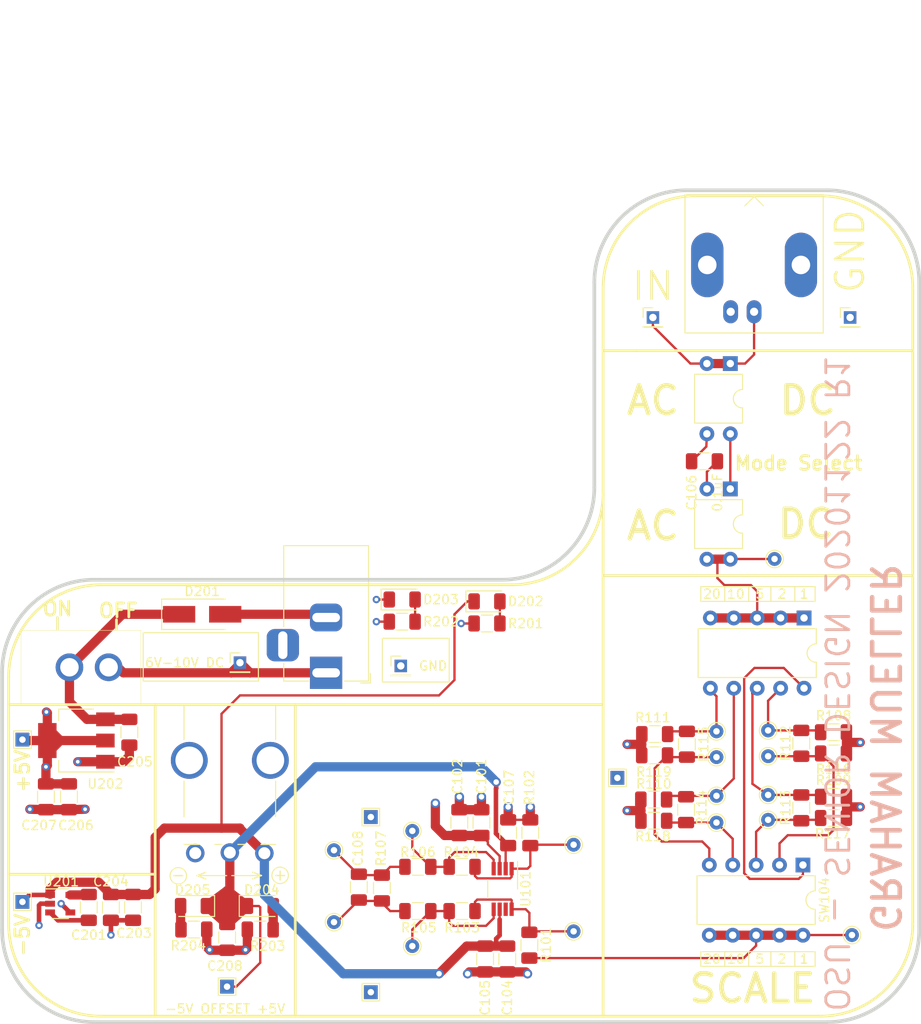
<source format=kicad_pcb>
(kicad_pcb (version 20171130) (host pcbnew "(5.1.4)-1")
  (layers (0 F.Cu signal) (1 in1.Cu power hide) (2 In2.Cu power hide) (31 B.Cu signal hide) (34 B.Paste user) (35 F.Paste user) (36 B.SilkS user) (37 F.SilkS user) (38 B.Mask user) (39 F.Mask user) (44 Edge.Cuts user))
  (net 0 "")
  (net 1 V_+5v)
  (net 2 GND)
  (net 3 V_-5v)
  (net 4 "Net-(C106-Pad2)")
  (net 5 "Net-(C106-Pad1)")
  (net 6 V_OFFSET)
  (net 7 buffer_v+)
  (net 8 buffer_v-)
  (net 9 "Net-(C201-Pad2)")
  (net 10 "Net-(C201-Pad1)")
  (net 11 V_SUPPLY_IN)
  (net 12 "Net-(D202-Pad2)")
  (net 13 "Net-(D203-Pad2)")
  (net 14 "Net-(D204-Pad2)")
  (net 15 "Net-(D205-Pad2)")
  (net 16 signal_raw)
  (net 17 "Net-(J202-Pad1)")
  (net 18 signal_attenuated)
  (net 19 "Net-(R101-Pad1)")
  (net 20 "Net-(R102-Pad2)")
  (net 21 "Net-(R103-Pad1)")
  (net 22 "Net-(R104-Pad2)")
  (net 23 attenuation_2x_in)
  (net 24 attenuation_5x_in)
  (net 25 attenuation_10x_in)
  (net 26 attenuation_20x_in)
  (net 27 attenuation_2x_out)
  (net 28 attenuation_5x_out)
  (net 29 attenuation_10x_out)
  (net 30 attenuation_20x_out)
  (net 31 "Net-(SW101-Pad4)")
  (net 32 signal_mode_selected)
  (net 33 attenuation_1x_in)
  (module Front_End_Kicad:Senior_Design_Front_End (layer F.Cu) (at 195.2 97.35 90)
    (fp_text reference RV201 hide)
    (fp_text value R_POT)
    (pad "" np_thru_hole circle (at 7 1.9 90) (size 4 4) (drill 3) (layers *.Cu *.Mask))
    (pad "" np_thru_hole circle (at 7 -6.9 90) (size 4 4) (drill 3) (layers *.Cu *.Mask))
    (pad 1 thru_hole circle (at -3.07 1.25 90) (size 2 2) (drill 1.3) (layers *.Cu *.Mask) (net 3 V_-5v))
    (pad 2 thru_hole circle (at -3 -2.5 90) (size 2 2) (drill 1.3) (layers *.Cu *.Mask) (net 6 V_OFFSET))
    (pad 3 thru_hole circle (at -3.06 -6.25 90) (size 2 2) (drill 1.3) (layers *.Cu *.Mask) (net 1 V_+5v))
  )
  (module Front_End_Kicad:front_end_power_toggle (layer F.Cu) (at 179.55 80.25 180)
    (fp_text reference SW201 hide)
    (fp_text value SW_DIP_x01)
    (pad 2 thru_hole oval (at 4.25 0 180) (size 3 3) (drill 2) (layers *.Cu *.Mask) (net 11 V_SUPPLY_IN))
    (pad 1 thru_hole circle (at 0 0 180) (size 3 3) (drill 2) (layers *.Cu *.Mask) (net 17 "Net-(J202-Pad1)"))
  )
  (module TestPoint:TestPoint_THTPad_1.5x1.5mm_Drill0.7mm (layer F.Cu) (at 234.75 92.25)
    (fp_text reference TP116 hide)
    (fp_text value attn_2x_gnd)
    (pad 1 thru_hole rect (at 0 0) (size 1.5 1.5) (drill 0.7) (layers *.Cu *.Mask) (net 2 GND))
  )
  (module TestPoint:TestPoint_THTPad_1.5x1.5mm_Drill0.7mm (layer F.Cu) (at 192.4 114.9 180)
    (fp_text reference TP203 hide)
    (fp_text value v_offset)
    (pad 1 thru_hole rect (at 0 0 180) (size 1.5 1.5) (drill 0.7) (layers *.Cu *.Mask) (net 6 V_OFFSET))
  )
  (module TestPoint:TestPoint_THTPad_1.5x1.5mm_Drill0.7mm (layer F.Cu) (at 170.2 88.1)
    (fp_text reference TP202 hide)
    (fp_text value v_+5v)
    (pad 1 thru_hole rect (at 0 0) (size 1.5 1.5) (drill 0.7) (layers *.Cu *.Mask) (net 1 V_+5v))
  )
  (module TestPoint:TestPoint_THTPad_1.5x1.5mm_Drill0.7mm (layer F.Cu) (at 170.2 105.7 180)
    (fp_text reference TP201 hide)
    (fp_text value v_-5v)
    (pad 1 thru_hole rect (at 0 0 180) (size 1.5 1.5) (drill 0.7) (layers *.Cu *.Mask) (net 3 V_-5v))
  )
  (module TestPoint:TestPoint_THTPad_D1.5mm_Drill0.7mm (layer F.Cu) (at 245.5 90 270)
    (fp_text reference TP121 hide)
    (fp_text value attn_20x_out)
    (pad 1 thru_hole circle (at 0 0 270) (size 1.5 1.5) (drill 0.7) (layers *.Cu *.Mask) (net 30 attenuation_20x_out))
  )
  (module TestPoint:TestPoint_THTPad_D1.5mm_Drill0.7mm (layer F.Cu) (at 245.5 97.1 270)
    (fp_text reference TP119 hide)
    (fp_text value attn_10x_out)
    (pad 1 thru_hole circle (at 0 0 270) (size 1.5 1.5) (drill 0.7) (layers *.Cu *.Mask) (net 29 attenuation_10x_out))
  )
  (module TestPoint:TestPoint_THTPad_D1.5mm_Drill0.7mm (layer F.Cu) (at 251.1 96.8 90)
    (fp_text reference TP117 hide)
    (fp_text value attn_5x_out)
    (pad 1 thru_hole circle (at 0 0 90) (size 1.5 1.5) (drill 0.7) (layers *.Cu *.Mask) (net 28 attenuation_5x_out))
  )
  (module TestPoint:TestPoint_THTPad_D1.5mm_Drill0.7mm (layer F.Cu) (at 251.1 89.9 90)
    (fp_text reference TP115 hide)
    (fp_text value attn_2x_out)
    (pad 1 thru_hole circle (at 0 0 90) (size 1.5 1.5) (drill 0.7) (layers *.Cu *.Mask) (net 27 attenuation_2x_out))
  )
  (module TestPoint:TestPoint_THTPad_D1.5mm_Drill0.7mm (layer F.Cu) (at 245.5 87.2 270)
    (fp_text reference TP114 hide)
    (fp_text value attn_20x_in)
    (pad 1 thru_hole circle (at 0 0 270) (size 1.5 1.5) (drill 0.7) (layers *.Cu *.Mask) (net 26 attenuation_20x_in))
  )
  (module TestPoint:TestPoint_THTPad_D1.5mm_Drill0.7mm (layer F.Cu) (at 245.5 94.2 270)
    (fp_text reference TP113 hide)
    (fp_text value attn_10x_in)
    (pad 1 thru_hole circle (at 0 0 270) (size 1.5 1.5) (drill 0.7) (layers *.Cu *.Mask) (net 25 attenuation_10x_in))
  )
  (module TestPoint:TestPoint_THTPad_D1.5mm_Drill0.7mm (layer F.Cu) (at 251.1 94.1 90)
    (fp_text reference TP112 hide)
    (fp_text value attn_5x_in)
    (pad 1 thru_hole circle (at 0 0 90) (size 1.5 1.5) (drill 0.7) (layers *.Cu *.Mask) (net 24 attenuation_5x_in))
  )
  (module TestPoint:TestPoint_THTPad_D1.5mm_Drill0.7mm (layer F.Cu) (at 251.1 87.1 90)
    (fp_text reference TP111 hide)
    (fp_text value attn_2x_in)
    (pad 1 thru_hole circle (at 0 0 90) (size 1.5 1.5) (drill 0.7) (layers *.Cu *.Mask) (net 23 attenuation_2x_in))
  )
  (module TestPoint:TestPoint_THTPad_D1.5mm_Drill0.7mm (layer F.Cu) (at 260.2 109.3)
    (fp_text reference TP110 hide)
    (fp_text value signal_attn)
    (pad 1 thru_hole circle (at 0 0) (size 1.5 1.5) (drill 0.7) (layers *.Cu *.Mask) (net 18 signal_attenuated))
  )
  (module TestPoint:TestPoint_THTPad_1.5x1.5mm_Drill0.7mm (layer F.Cu) (at 208 115.5 270)
    (fp_text reference TP109 hide)
    (fp_text value buffer_diff_load_gnd)
    (pad 1 thru_hole rect (at 0 0 270) (size 1.5 1.5) (drill 0.7) (layers *.Cu *.Mask) (net 2 GND))
  )
  (module TestPoint:TestPoint_THTPad_D1.5mm_Drill0.7mm (layer F.Cu) (at 204 100.1 270)
    (fp_text reference TP108 hide)
    (fp_text value buffer_diff+_load)
    (pad 1 thru_hole circle (at 0 0 270) (size 1.5 1.5) (drill 0.7) (layers *.Cu *.Mask) (net 7 buffer_v+))
  )
  (module TestPoint:TestPoint_THTPad_D1.5mm_Drill0.7mm (layer F.Cu) (at 204 107.9 270)
    (fp_text reference TP107 hide)
    (fp_text value buffer_diff-_load)
    (pad 1 thru_hole circle (at 0 0 270) (size 1.5 1.5) (drill 0.7) (layers *.Cu *.Mask) (net 8 buffer_v-))
  )
  (module TestPoint:TestPoint_THTPad_1.5x1.5mm_Drill0.7mm (layer F.Cu) (at 208 96.5 270)
    (fp_text reference TP106 hide)
    (fp_text value buff_diff_raw_gnd)
    (pad 1 thru_hole rect (at 0 0 270) (size 1.5 1.5) (drill 0.7) (layers *.Cu *.Mask) (net 2 GND))
  )
  (module TestPoint:TestPoint_THTPad_D1.5mm_Drill0.7mm (layer F.Cu) (at 212.5 98 270)
    (fp_text reference TP105 hide)
    (fp_text value buffer_diff+_raw)
    (pad 1 thru_hole circle (at 0 0 270) (size 1.5 1.5) (drill 0.7) (layers *.Cu *.Mask) (net 22 "Net-(R104-Pad2)"))
  )
  (module TestPoint:TestPoint_THTPad_D1.5mm_Drill0.7mm (layer F.Cu) (at 212.5 110.5 270)
    (fp_text reference TP104 hide)
    (fp_text value buffer_diff-_raw)
    (pad 1 thru_hole circle (at 0 0 270) (size 1.5 1.5) (drill 0.7) (layers *.Cu *.Mask) (net 21 "Net-(R103-Pad1)"))
  )
  (module TestPoint:TestPoint_THTPad_D1.5mm_Drill0.7mm (layer F.Cu) (at 230 99.5 270)
    (fp_text reference TP103 hide)
    (fp_text value buffer_in-)
    (pad 1 thru_hole circle (at 0 0 270) (size 1.5 1.5) (drill 0.7) (layers *.Cu *.Mask) (net 20 "Net-(R102-Pad2)"))
  )
  (module TestPoint:TestPoint_THTPad_D1.5mm_Drill0.7mm (layer F.Cu) (at 230 108.9 270)
    (fp_text reference TP102 hide)
    (fp_text value buffer_in+)
    (pad 1 thru_hole circle (at 0 0 270) (size 1.5 1.5) (drill 0.7) (layers *.Cu *.Mask) (net 19 "Net-(R101-Pad1)"))
  )
  (module TestPoint:TestPoint_THTPad_D1.5mm_Drill0.7mm (layer F.Cu) (at 251.8 68.5)
    (fp_text reference TP101 hide)
    (fp_text value signal_mode_selected)
    (pad 1 thru_hole circle (at 0 0) (size 1.5 1.5) (drill 0.7) (layers *.Cu *.Mask) (net 32 signal_mode_selected))
  )
  (module Package_TO_SOT_SMD:SOT-223-3_TabPin2 (layer F.Cu) (at 176.05 88.2 180)
    (fp_text reference U202 (at -3.15 -4.7) (layer F.SilkS))
    (fp_text value AZ1117IH-5.0TRG1)
    (pad 1 smd rect (at -3.15 -2.3 180) (size 2 1.5) (layers F.Cu F.Paste F.Mask) (net 2 GND))
    (pad 3 smd rect (at -3.15 2.3 180) (size 2 1.5) (layers F.Cu F.Paste F.Mask) (net 11 V_SUPPLY_IN))
    (pad 2 smd rect (at -3.15 0 180) (size 2 1.5) (layers F.Cu F.Paste F.Mask) (net 1 V_+5v))
    (pad 2 smd rect (at 3.15 0 180) (size 2 3.8) (layers F.Cu F.Paste F.Mask) (net 1 V_+5v))
  )
  (module Package_TO_SOT_SMD:SOT-23-5 (layer F.Cu) (at 174.3 105.9)
    (fp_text reference U201 (at 0.1 -2.4) (layer F.SilkS))
    (fp_text value MAX871)
    (pad 5 smd rect (at 1.1 -0.95) (size 1.06 0.65) (layers F.Cu F.Paste F.Mask) (net 9 "Net-(C201-Pad2)"))
    (pad 4 smd rect (at 1.1 0.95) (size 1.06 0.65) (layers F.Cu F.Paste F.Mask) (net 2 GND))
    (pad 3 smd rect (at -1.1 0.95) (size 1.06 0.65) (layers F.Cu F.Paste F.Mask) (net 10 "Net-(C201-Pad1)"))
    (pad 2 smd rect (at -1.1 0) (size 1.06 0.65) (layers F.Cu F.Paste F.Mask) (net 1 V_+5v))
    (pad 1 smd rect (at -1.1 -0.95) (size 1.06 0.65) (layers F.Cu F.Paste F.Mask) (net 3 V_-5v))
  )
  (module Package_SO:VSSOP-8_3.0x3.0mm_P0.65mm (layer F.Cu) (at 222.3 104.3 270)
    (fp_text reference U101 (at 0 -2.5 90) (layer F.SilkS))
    (fp_text value LMH6551MM)
    (pad 8 smd rect (at 2.2 -0.975 180) (size 0.45 1.45) (layers F.Cu F.Paste F.Mask) (net 19 "Net-(R101-Pad1)"))
    (pad 7 smd rect (at 2.2 -0.325 180) (size 0.45 1.45) (layers F.Cu F.Paste F.Mask))
    (pad 6 smd rect (at 2.2 0.325 180) (size 0.45 1.45) (layers F.Cu F.Paste F.Mask) (net 3 V_-5v))
    (pad 5 smd rect (at 2.2 0.975 180) (size 0.45 1.45) (layers F.Cu F.Paste F.Mask) (net 21 "Net-(R103-Pad1)"))
    (pad 4 smd rect (at -2.2 0.975 180) (size 0.45 1.45) (layers F.Cu F.Paste F.Mask) (net 22 "Net-(R104-Pad2)"))
    (pad 3 smd rect (at -2.2 0.325 180) (size 0.45 1.45) (layers F.Cu F.Paste F.Mask) (net 1 V_+5v))
    (pad 2 smd rect (at -2.2 -0.325 180) (size 0.45 1.45) (layers F.Cu F.Paste F.Mask) (net 6 V_OFFSET))
    (pad 1 smd rect (at -2.2 -0.975 180) (size 0.45 1.45) (layers F.Cu F.Paste F.Mask) (net 20 "Net-(R102-Pad2)"))
  )
  (module Package_DIP:DIP-10_W7.62mm (layer F.Cu) (at 254.88 101.7 270)
    (fp_text reference SW104 (at 3.81 -2.33 90) (layer F.SilkS))
    (fp_text value SW_DIP_x05)
    (pad 10 thru_hole oval (at 7.62 0 270) (size 1.6 1.6) (drill 0.8) (layers *.Cu *.Mask) (net 18 signal_attenuated))
    (pad 5 thru_hole oval (at 0 10.16 270) (size 1.6 1.6) (drill 0.8) (layers *.Cu *.Mask) (net 30 attenuation_20x_out))
    (pad 9 thru_hole oval (at 7.62 2.54 270) (size 1.6 1.6) (drill 0.8) (layers *.Cu *.Mask) (net 18 signal_attenuated))
    (pad 4 thru_hole oval (at 0 7.62 270) (size 1.6 1.6) (drill 0.8) (layers *.Cu *.Mask) (net 29 attenuation_10x_out))
    (pad 8 thru_hole oval (at 7.62 5.08 270) (size 1.6 1.6) (drill 0.8) (layers *.Cu *.Mask) (net 18 signal_attenuated))
    (pad 3 thru_hole oval (at 0 5.08 270) (size 1.6 1.6) (drill 0.8) (layers *.Cu *.Mask) (net 28 attenuation_5x_out))
    (pad 7 thru_hole oval (at 7.62 7.62 270) (size 1.6 1.6) (drill 0.8) (layers *.Cu *.Mask) (net 18 signal_attenuated))
    (pad 2 thru_hole oval (at 0 2.54 270) (size 1.6 1.6) (drill 0.8) (layers *.Cu *.Mask) (net 27 attenuation_2x_out))
    (pad 6 thru_hole oval (at 7.62 10.16 270) (size 1.6 1.6) (drill 0.8) (layers *.Cu *.Mask) (net 18 signal_attenuated))
    (pad 1 thru_hole rect (at 0 0 270) (size 1.6 1.6) (drill 0.8) (layers *.Cu *.Mask) (net 33 attenuation_1x_in))
  )
  (module Package_DIP:DIP-10_W7.62mm (layer F.Cu) (at 255 74.9 270)
    (fp_text reference SW103 hide)
    (fp_text value SW_DIP_x05)
    (pad 10 thru_hole oval (at 7.62 0 270) (size 1.6 1.6) (drill 0.8) (layers *.Cu *.Mask) (net 33 attenuation_1x_in))
    (pad 5 thru_hole oval (at 0 10.16 270) (size 1.6 1.6) (drill 0.8) (layers *.Cu *.Mask) (net 32 signal_mode_selected))
    (pad 9 thru_hole oval (at 7.62 2.54 270) (size 1.6 1.6) (drill 0.8) (layers *.Cu *.Mask) (net 23 attenuation_2x_in))
    (pad 4 thru_hole oval (at 0 7.62 270) (size 1.6 1.6) (drill 0.8) (layers *.Cu *.Mask) (net 32 signal_mode_selected))
    (pad 8 thru_hole oval (at 7.62 5.08 270) (size 1.6 1.6) (drill 0.8) (layers *.Cu *.Mask) (net 24 attenuation_5x_in))
    (pad 3 thru_hole oval (at 0 5.08 270) (size 1.6 1.6) (drill 0.8) (layers *.Cu *.Mask) (net 32 signal_mode_selected))
    (pad 7 thru_hole oval (at 7.62 7.62 270) (size 1.6 1.6) (drill 0.8) (layers *.Cu *.Mask) (net 25 attenuation_10x_in))
    (pad 2 thru_hole oval (at 0 2.54 270) (size 1.6 1.6) (drill 0.8) (layers *.Cu *.Mask) (net 32 signal_mode_selected))
    (pad 6 thru_hole oval (at 7.62 10.16 270) (size 1.6 1.6) (drill 0.8) (layers *.Cu *.Mask) (net 26 attenuation_20x_in))
    (pad 1 thru_hole rect (at 0 0 270) (size 1.6 1.6) (drill 0.8) (layers *.Cu *.Mask) (net 32 signal_mode_selected))
  )
  (module Package_DIP:DIP-4_W7.62mm (layer F.Cu) (at 247 60.9 270)
    (fp_text reference SW102 hide)
    (fp_text value SW_DIP_x02)
    (pad 4 thru_hole oval (at 7.62 0 270) (size 1.6 1.6) (drill 0.8) (layers *.Cu *.Mask) (net 32 signal_mode_selected))
    (pad 2 thru_hole oval (at 0 2.54 270) (size 1.6 1.6) (drill 0.8) (layers *.Cu *.Mask) (net 5 "Net-(C106-Pad1)"))
    (pad 3 thru_hole oval (at 7.62 2.54 270) (size 1.6 1.6) (drill 0.8) (layers *.Cu *.Mask) (net 32 signal_mode_selected))
    (pad 1 thru_hole rect (at 0 0 270) (size 1.6 1.6) (drill 0.8) (layers *.Cu *.Mask) (net 31 "Net-(SW101-Pad4)"))
  )
  (module Package_DIP:DIP-4_W7.62mm (layer F.Cu) (at 247 47.3 270)
    (fp_text reference SW101 hide)
    (fp_text value SW_DIP_x02)
    (pad 4 thru_hole oval (at 7.62 0 270) (size 1.6 1.6) (drill 0.8) (layers *.Cu *.Mask) (net 31 "Net-(SW101-Pad4)"))
    (pad 2 thru_hole oval (at 0 2.54 270) (size 1.6 1.6) (drill 0.8) (layers *.Cu *.Mask) (net 16 signal_raw))
    (pad 3 thru_hole oval (at 7.62 2.54 270) (size 1.6 1.6) (drill 0.8) (layers *.Cu *.Mask) (net 4 "Net-(C106-Pad2)"))
    (pad 1 thru_hole rect (at 0 0 270) (size 1.6 1.6) (drill 0.8) (layers *.Cu *.Mask) (net 16 signal_raw))
  )
  (module Resistor_SMD:R_1206_3216Metric (layer F.Cu) (at 188.8 108.7 180)
    (fp_text reference R204 (at 0.6 -1.75) (layer F.SilkS))
    (fp_text value 1000)
    (pad 1 smd roundrect (at -1.4 0 180) (size 1.25 1.75) (layers F.Cu F.Paste F.Mask) (roundrect_rratio 0.2) (net 2 GND))
    (pad 2 smd roundrect (at 1.4 0 180) (size 1.25 1.75) (layers F.Cu F.Paste F.Mask) (roundrect_rratio 0.2) (net 15 "Net-(D205-Pad2)"))
  )
  (module Resistor_SMD:R_1206_3216Metric (layer F.Cu) (at 196 108.7 180)
    (fp_text reference R203 (at -0.8 -1.8) (layer F.SilkS))
    (fp_text value 1000)
    (pad 1 smd roundrect (at -1.4 0 180) (size 1.25 1.75) (layers F.Cu F.Paste F.Mask) (roundrect_rratio 0.2) (net 14 "Net-(D204-Pad2)"))
    (pad 2 smd roundrect (at 1.4 0 180) (size 1.25 1.75) (layers F.Cu F.Paste F.Mask) (roundrect_rratio 0.2) (net 2 GND))
  )
  (module Resistor_SMD:R_1206_3216Metric (layer F.Cu) (at 211.4 75.3 180)
    (fp_text reference R202 (at -4.2 0) (layer F.SilkS))
    (fp_text value 560)
    (pad 2 smd roundrect (at 1.4 0 180) (size 1.25 1.75) (layers F.Cu F.Paste F.Mask) (roundrect_rratio 0.2) (net 1 V_+5v))
    (pad 1 smd roundrect (at -1.4 0 180) (size 1.25 1.75) (layers F.Cu F.Paste F.Mask) (roundrect_rratio 0.2) (net 13 "Net-(D203-Pad2)"))
  )
  (module Resistor_SMD:R_1206_3216Metric (layer F.Cu) (at 220.6 75.5 180)
    (fp_text reference R201 (at -4.2 0) (layer F.SilkS))
    (fp_text value 1000)
    (pad 2 smd roundrect (at 1.4 0 180) (size 1.25 1.75) (layers F.Cu F.Paste F.Mask) (roundrect_rratio 0.2) (net 2 GND))
    (pad 1 smd roundrect (at -1.4 0 180) (size 1.25 1.75) (layers F.Cu F.Paste F.Mask) (roundrect_rratio 0.2) (net 12 "Net-(D202-Pad2)"))
  )
  (module Resistor_SMD:R_1206_3216Metric (layer F.Cu) (at 238.79 89.8)
    (fp_text reference R119 (at -0.09 1.8 180) (layer F.SilkS))
    (fp_text value 54.9)
    (pad 2 smd roundrect (at 1.4 0) (size 1.25 1.75) (layers F.Cu F.Paste F.Mask) (roundrect_rratio 0.2) (net 30 attenuation_20x_out))
    (pad 1 smd roundrect (at -1.4 0) (size 1.25 1.75) (layers F.Cu F.Paste F.Mask) (roundrect_rratio 0.2) (net 2 GND))
  )
  (module Resistor_SMD:R_1206_3216Metric (layer F.Cu) (at 238.7 96.9)
    (fp_text reference R118 (at -0.1 1.7 180) (layer F.SilkS))
    (fp_text value 60.4)
    (pad 2 smd roundrect (at 1.4 0) (size 1.25 1.75) (layers F.Cu F.Paste F.Mask) (roundrect_rratio 0.2) (net 29 attenuation_10x_out))
    (pad 1 smd roundrect (at -1.4 0) (size 1.25 1.75) (layers F.Cu F.Paste F.Mask) (roundrect_rratio 0.2) (net 2 GND))
  )
  (module Resistor_SMD:R_1206_3216Metric (layer F.Cu) (at 258.2 96.6 180)
    (fp_text reference R117 (at 0.1 -1.7) (layer F.SilkS))
    (fp_text value 75)
    (pad 2 smd roundrect (at 1.4 0 180) (size 1.25 1.75) (layers F.Cu F.Paste F.Mask) (roundrect_rratio 0.2) (net 28 attenuation_5x_out))
    (pad 1 smd roundrect (at -1.4 0 180) (size 1.25 1.75) (layers F.Cu F.Paste F.Mask) (roundrect_rratio 0.2) (net 2 GND))
  )
  (module Resistor_SMD:R_1206_3216Metric (layer F.Cu) (at 258.2 89.6 180)
    (fp_text reference R116 (at 0 -1.7) (layer F.SilkS))
    (fp_text value 150)
    (pad 2 smd roundrect (at 1.4 0 180) (size 1.25 1.75) (layers F.Cu F.Paste F.Mask) (roundrect_rratio 0.2) (net 27 attenuation_2x_out))
    (pad 1 smd roundrect (at -1.4 0 180) (size 1.25 1.75) (layers F.Cu F.Paste F.Mask) (roundrect_rratio 0.2) (net 2 GND))
  )
  (module Resistor_SMD:R_1206_3216Metric (layer F.Cu) (at 242.29 88.6 90)
    (fp_text reference R115 (at 0 1.81 90) (layer F.SilkS))
    (fp_text value 499)
    (pad 2 smd roundrect (at 1.4 0 90) (size 1.25 1.75) (layers F.Cu F.Paste F.Mask) (roundrect_rratio 0.2) (net 26 attenuation_20x_in))
    (pad 1 smd roundrect (at -1.4 0 90) (size 1.25 1.75) (layers F.Cu F.Paste F.Mask) (roundrect_rratio 0.2) (net 30 attenuation_20x_out))
  )
  (module Resistor_SMD:R_1206_3216Metric (layer F.Cu) (at 242.2 95.7 90)
    (fp_text reference R114 (at 0.2 1.7 90) (layer F.SilkS))
    (fp_text value 249)
    (pad 2 smd roundrect (at 1.4 0 90) (size 1.25 1.75) (layers F.Cu F.Paste F.Mask) (roundrect_rratio 0.2) (net 25 attenuation_10x_in))
    (pad 1 smd roundrect (at -1.4 0 90) (size 1.25 1.75) (layers F.Cu F.Paste F.Mask) (roundrect_rratio 0.2) (net 29 attenuation_10x_out))
  )
  (module Resistor_SMD:R_1206_3216Metric (layer F.Cu) (at 254.7 95.5 90)
    (fp_text reference R113 (at 0 -1.7 90) (layer F.SilkS))
    (fp_text value 120)
    (pad 2 smd roundrect (at 1.4 0 90) (size 1.25 1.75) (layers F.Cu F.Paste F.Mask) (roundrect_rratio 0.2) (net 24 attenuation_5x_in))
    (pad 1 smd roundrect (at -1.4 0 90) (size 1.25 1.75) (layers F.Cu F.Paste F.Mask) (roundrect_rratio 0.2) (net 28 attenuation_5x_out))
  )
  (module Resistor_SMD:R_1206_3216Metric (layer F.Cu) (at 254.7 88.5 90)
    (fp_text reference R112 (at 0 -1.7 90) (layer F.SilkS))
    (fp_text value 37.4)
    (pad 2 smd roundrect (at 1.4 0 90) (size 1.25 1.75) (layers F.Cu F.Paste F.Mask) (roundrect_rratio 0.2) (net 23 attenuation_2x_in))
    (pad 1 smd roundrect (at -1.4 0 90) (size 1.25 1.75) (layers F.Cu F.Paste F.Mask) (roundrect_rratio 0.2) (net 27 attenuation_2x_out))
  )
  (module Resistor_SMD:R_1206_3216Metric (layer F.Cu) (at 238.8 87.5 180)
    (fp_text reference R111 (at 0.2 1.8 180) (layer F.SilkS))
    (fp_text value 54.9)
    (pad 2 smd roundrect (at 1.4 0 180) (size 1.25 1.75) (layers F.Cu F.Paste F.Mask) (roundrect_rratio 0.2) (net 2 GND))
    (pad 1 smd roundrect (at -1.4 0 180) (size 1.25 1.75) (layers F.Cu F.Paste F.Mask) (roundrect_rratio 0.2) (net 26 attenuation_20x_in))
  )
  (module Resistor_SMD:R_1206_3216Metric (layer F.Cu) (at 238.69 94.6 180)
    (fp_text reference R110 (at -0.01 1.7 180) (layer F.SilkS))
    (fp_text value 60.4)
    (pad 2 smd roundrect (at 1.4 0 180) (size 1.25 1.75) (layers F.Cu F.Paste F.Mask) (roundrect_rratio 0.2) (net 2 GND))
    (pad 1 smd roundrect (at -1.4 0 180) (size 1.25 1.75) (layers F.Cu F.Paste F.Mask) (roundrect_rratio 0.2) (net 25 attenuation_10x_in))
  )
  (module Resistor_SMD:R_1206_3216Metric (layer F.Cu) (at 258.2 94.3)
    (fp_text reference R109 (at -0.01 -1.8) (layer F.SilkS))
    (fp_text value 75)
    (pad 2 smd roundrect (at 1.4 0) (size 1.25 1.75) (layers F.Cu F.Paste F.Mask) (roundrect_rratio 0.2) (net 2 GND))
    (pad 1 smd roundrect (at -1.4 0) (size 1.25 1.75) (layers F.Cu F.Paste F.Mask) (roundrect_rratio 0.2) (net 24 attenuation_5x_in))
  )
  (module Resistor_SMD:R_1206_3216Metric (layer F.Cu) (at 258.2 87.3)
    (fp_text reference R108 (at 0 -1.8) (layer F.SilkS))
    (fp_text value 150)
    (pad 2 smd roundrect (at 1.4 0) (size 1.25 1.75) (layers F.Cu F.Paste F.Mask) (roundrect_rratio 0.2) (net 2 GND))
    (pad 1 smd roundrect (at -1.4 0) (size 1.25 1.75) (layers F.Cu F.Paste F.Mask) (roundrect_rratio 0.2) (net 23 attenuation_2x_in))
  )
  (module Resistor_SMD:R_1206_3216Metric (layer F.Cu) (at 209.2 104.2 90)
    (fp_text reference R107 (at 4.3 -0.1 90) (layer F.SilkS))
    (fp_text value 499)
    (pad 2 smd roundrect (at 1.4 0 90) (size 1.25 1.75) (layers F.Cu F.Paste F.Mask) (roundrect_rratio 0.2) (net 7 buffer_v+))
    (pad 1 smd roundrect (at -1.4 0 90) (size 1.25 1.75) (layers F.Cu F.Paste F.Mask) (roundrect_rratio 0.2) (net 8 buffer_v-))
  )
  (module Resistor_SMD:R_1206_3216Metric (layer F.Cu) (at 213.1 101.9 180)
    (fp_text reference R106 (at 0 1.6 180) (layer F.SilkS))
    (fp_text value 60.4)
    (pad 2 smd roundrect (at 1.4 0 180) (size 1.25 1.75) (layers F.Cu F.Paste F.Mask) (roundrect_rratio 0.2) (net 7 buffer_v+))
    (pad 1 smd roundrect (at -1.4 0 180) (size 1.25 1.75) (layers F.Cu F.Paste F.Mask) (roundrect_rratio 0.2) (net 22 "Net-(R104-Pad2)"))
  )
  (module Resistor_SMD:R_1206_3216Metric (layer F.Cu) (at 213.1 106.7)
    (fp_text reference R105 (at 0.1 1.8 180) (layer F.SilkS))
    (fp_text value 60.4)
    (pad 2 smd roundrect (at 1.4 0) (size 1.25 1.75) (layers F.Cu F.Paste F.Mask) (roundrect_rratio 0.2) (net 21 "Net-(R103-Pad1)"))
    (pad 1 smd roundrect (at -1.4 0) (size 1.25 1.75) (layers F.Cu F.Paste F.Mask) (roundrect_rratio 0.2) (net 8 buffer_v-))
  )
  (module Resistor_SMD:R_1206_3216Metric (layer F.Cu) (at 217.9 101.9 180)
    (fp_text reference R104 (at 0.1 1.6 180) (layer F.SilkS))
    (fp_text value 365)
    (pad 2 smd roundrect (at 1.4 0 180) (size 1.25 1.75) (layers F.Cu F.Paste F.Mask) (roundrect_rratio 0.2) (net 22 "Net-(R104-Pad2)"))
    (pad 1 smd roundrect (at -1.4 0 180) (size 1.25 1.75) (layers F.Cu F.Paste F.Mask) (roundrect_rratio 0.2) (net 20 "Net-(R102-Pad2)"))
  )
  (module Resistor_SMD:R_1206_3216Metric (layer F.Cu) (at 217.9 106.7)
    (fp_text reference R103 (at 0 1.8 180) (layer F.SilkS))
    (fp_text value 365)
    (pad 2 smd roundrect (at 1.4 0) (size 1.25 1.75) (layers F.Cu F.Paste F.Mask) (roundrect_rratio 0.2) (net 19 "Net-(R101-Pad1)"))
    (pad 1 smd roundrect (at -1.4 0) (size 1.25 1.75) (layers F.Cu F.Paste F.Mask) (roundrect_rratio 0.2) (net 21 "Net-(R103-Pad1)"))
  )
  (module Resistor_SMD:R_1206_3216Metric (layer F.Cu) (at 225.3 98.2 270)
    (fp_text reference R102 (at -4.9 0.1 90) (layer F.SilkS))
    (fp_text value 365)
    (pad 2 smd roundrect (at 1.4 0 270) (size 1.25 1.75) (layers F.Cu F.Paste F.Mask) (roundrect_rratio 0.2) (net 20 "Net-(R102-Pad2)"))
    (pad 1 smd roundrect (at -1.4 0 270) (size 1.25 1.75) (layers F.Cu F.Paste F.Mask) (roundrect_rratio 0.2) (net 2 GND))
  )
  (module Resistor_SMD:R_1206_3216Metric (layer F.Cu) (at 225.2 110.4 270)
    (fp_text reference R101 (at 0 -1.82 90) (layer F.SilkS))
    (fp_text value 365)
    (pad 2 smd roundrect (at 1.4 0 270) (size 1.25 1.75) (layers F.Cu F.Paste F.Mask) (roundrect_rratio 0.2) (net 18 signal_attenuated))
    (pad 1 smd roundrect (at -1.4 0 270) (size 1.25 1.75) (layers F.Cu F.Paste F.Mask) (roundrect_rratio 0.2) (net 19 "Net-(R101-Pad1)"))
  )
  (module Connector_PinHeader_2.00mm:PinHeader_1x01_P2.00mm_Vertical (layer F.Cu) (at 193.8 79.75)
    (fp_text reference J203 hide)
    (fp_text value Conn_01x01_Male)
    (pad 1 thru_hole rect (at 0 0) (size 1.35 1.35) (drill 0.8) (layers *.Cu *.Mask) (net 17 "Net-(J202-Pad1)"))
  )
  (module Connector_BarrelJack:BarrelJack_Horizontal (layer F.Cu) (at 203.15 80.85 270)
    (fp_text reference J202 hide)
    (fp_text value Barrel_Jack)
    (pad 3 thru_hole roundrect (at -3 4.7 270) (size 3.5 3.5) (drill oval 3 1) (layers *.Cu *.Mask))
    (pad 2 thru_hole roundrect (at -6 0 270) (size 3 3.5) (drill oval 1 3) (layers *.Cu *.Mask) (net 2 GND))
    (pad 1 thru_hole rect (at 0 0 270) (size 3.5 3.5) (drill oval 1 3) (layers *.Cu *.Mask) (net 17 "Net-(J202-Pad1)"))
  )
  (module Connector_PinHeader_2.00mm:PinHeader_1x01_P2.00mm_Vertical (layer F.Cu) (at 211.25 80.1)
    (fp_text reference J201 hide)
    (fp_text value Conn_01x01_Male)
    (pad 1 thru_hole rect (at 0 0) (size 1.35 1.35) (drill 0.8) (layers *.Cu *.Mask) (net 2 GND))
  )
  (module Connector_PinHeader_2.00mm:PinHeader_1x01_P2.00mm_Vertical (layer F.Cu) (at 260 42.3)
    (fp_text reference J103 hide)
    (fp_text value Conn_01x01_Male)
    (pad 1 thru_hole rect (at 0 0) (size 1.35 1.35) (drill 0.8) (layers *.Cu *.Mask) (net 2 GND))
  )
  (module Connector_PinHeader_2.00mm:PinHeader_1x01_P2.00mm_Vertical (layer F.Cu) (at 238.6 42.3)
    (fp_text reference J102 hide)
    (fp_text value Conn_01x01_Male)
    (pad 1 thru_hole rect (at 0 0) (size 1.35 1.35) (drill 0.8) (layers *.Cu *.Mask) (net 16 signal_raw))
  )
  (module Connector_Coaxial:BNC_Amphenol_B6252HB-NPP3G-50_Horizontal (layer F.Cu) (at 249.58 41.68)
    (fp_text reference J101 hide)
    (fp_text value Barrel_Jack)
    (pad 2 thru_hole oval (at -2.54 0) (size 1.6 2.5) (drill 0.89) (layers *.Cu *.Mask) (net 2 GND))
    (pad 1 thru_hole oval (at 0 0) (size 1.6 2.5) (drill 0.89) (layers *.Cu *.Mask) (net 16 signal_raw))
    (pad 2 thru_hole oval (at 5.08 -5.08) (size 3.5 7) (drill 2.01) (layers *.Cu *.Mask) (net 2 GND))
    (pad 2 thru_hole oval (at -5.08 -5.08) (size 3.5 7) (drill 2.01) (layers *.Cu *.Mask) (net 2 GND))
  )
  (module Diode_SMD:D_1206_3216Metric (layer F.Cu) (at 188.76 106.15 180)
    (fp_text reference D205 (at 0.1 1.75) (layer F.SilkS))
    (fp_text value LED)
    (pad 1 smd roundrect (at -1.4 0 180) (size 1.25 1.75) (layers F.Cu F.Paste F.Mask) (roundrect_rratio 0.2) (net 6 V_OFFSET))
    (pad 2 smd roundrect (at 1.4 0 180) (size 1.25 1.75) (layers F.Cu F.Paste F.Mask) (roundrect_rratio 0.2) (net 15 "Net-(D205-Pad2)"))
  )
  (module Diode_SMD:D_1206_3216Metric (layer F.Cu) (at 196.01 106.15)
    (fp_text reference D204 (at 0.15 -1.75) (layer F.SilkS))
    (fp_text value LED)
    (pad 1 smd roundrect (at -1.4 0) (size 1.25 1.75) (layers F.Cu F.Paste F.Mask) (roundrect_rratio 0.2) (net 6 V_OFFSET))
    (pad 2 smd roundrect (at 1.4 0) (size 1.25 1.75) (layers F.Cu F.Paste F.Mask) (roundrect_rratio 0.2) (net 14 "Net-(D204-Pad2)"))
  )
  (module Diode_SMD:D_1206_3216Metric (layer F.Cu) (at 211.4 72.9)
    (fp_text reference D203 (at 4.2 0) (layer F.SilkS))
    (fp_text value LED)
    (pad 2 smd roundrect (at 1.4 0) (size 1.25 1.75) (layers F.Cu F.Paste F.Mask) (roundrect_rratio 0.2) (net 13 "Net-(D203-Pad2)"))
    (pad 1 smd roundrect (at -1.4 0) (size 1.25 1.75) (layers F.Cu F.Paste F.Mask) (roundrect_rratio 0.2) (net 2 GND))
  )
  (module Diode_SMD:D_1206_3216Metric (layer F.Cu) (at 220.6 73.1)
    (fp_text reference D202 (at 4.2 0) (layer F.SilkS))
    (fp_text value LED)
    (pad 2 smd roundrect (at 1.4 0) (size 1.25 1.75) (layers F.Cu F.Paste F.Mask) (roundrect_rratio 0.2) (net 12 "Net-(D202-Pad2)"))
    (pad 1 smd roundrect (at -1.4 0) (size 1.25 1.75) (layers F.Cu F.Paste F.Mask) (roundrect_rratio 0.2) (net 3 V_-5v))
  )
  (module Diode_SMD:D_SMA_Handsoldering (layer F.Cu) (at 189.7 74.5)
    (fp_text reference D201 (at 0 -2.5) (layer F.SilkS))
    (fp_text value D_Zener)
    (pad 2 smd rect (at 2.5 0) (size 3.5 1.8) (layers F.Cu F.Paste F.Mask) (net 2 GND))
    (pad 1 smd rect (at -2.5 0) (size 3.5 1.8) (layers F.Cu F.Paste F.Mask) (net 11 V_SUPPLY_IN))
  )
  (module Capacitor_SMD:C_1206_3216Metric (layer F.Cu) (at 192.41 109.55 270)
    (fp_text reference C208 (at 3.1 0.25 180) (layer F.SilkS))
    (fp_text value 10uF)
    (pad 1 smd roundrect (at -1.4 0 270) (size 1.25 1.75) (layers F.Cu F.Paste F.Mask) (roundrect_rratio 0.2) (net 6 V_OFFSET))
    (pad 2 smd roundrect (at 1.4 0 270) (size 1.25 1.75) (layers F.Cu F.Paste F.Mask) (roundrect_rratio 0.2) (net 2 GND))
  )
  (module Capacitor_SMD:C_1206_3216Metric (layer F.Cu) (at 172.75 94.3 270)
    (fp_text reference C207 (at 3.1 0.75 180) (layer F.SilkS))
    (fp_text value 10uF)
    (pad 2 smd roundrect (at 1.4 0 270) (size 1.25 1.75) (layers F.Cu F.Paste F.Mask) (roundrect_rratio 0.2) (net 2 GND))
    (pad 1 smd roundrect (at -1.4 0 270) (size 1.25 1.75) (layers F.Cu F.Paste F.Mask) (roundrect_rratio 0.2) (net 1 V_+5v))
  )
  (module Capacitor_SMD:C_1206_3216Metric (layer F.Cu) (at 175.25 94.3 90)
    (fp_text reference C206 (at -3.1 0.75 180) (layer F.SilkS))
    (fp_text value 10uF)
    (pad 2 smd roundrect (at 1.4 0 90) (size 1.25 1.75) (layers F.Cu F.Paste F.Mask) (roundrect_rratio 0.2) (net 1 V_+5v))
    (pad 1 smd roundrect (at -1.4 0 90) (size 1.25 1.75) (layers F.Cu F.Paste F.Mask) (roundrect_rratio 0.2) (net 2 GND))
  )
  (module Capacitor_SMD:C_1206_3216Metric (layer F.Cu) (at 181.8 87.3 90)
    (fp_text reference C205 (at -3.2 0.6 180) (layer F.SilkS))
    (fp_text value 10uF)
    (pad 2 smd roundrect (at 1.4 0 90) (size 1.25 1.75) (layers F.Cu F.Paste F.Mask) (roundrect_rratio 0.2) (net 11 V_SUPPLY_IN))
    (pad 1 smd roundrect (at -1.4 0 90) (size 1.25 1.75) (layers F.Cu F.Paste F.Mask) (roundrect_rratio 0.2) (net 2 GND))
  )
  (module Capacitor_SMD:C_1206_3216Metric (layer F.Cu) (at 179.8 106.3 270)
    (fp_text reference C204 (at -2.8 0 180) (layer F.SilkS))
    (fp_text value 0.1uF)
    (pad 2 smd roundrect (at 1.4 0 270) (size 1.25 1.75) (layers F.Cu F.Paste F.Mask) (roundrect_rratio 0.2) (net 2 GND))
    (pad 1 smd roundrect (at -1.4 0 270) (size 1.25 1.75) (layers F.Cu F.Paste F.Mask) (roundrect_rratio 0.2) (net 3 V_-5v))
  )
  (module Capacitor_SMD:C_1206_3216Metric (layer F.Cu) (at 182.2 106.3 90)
    (fp_text reference C203 (at -2.8 0.1 180) (layer F.SilkS))
    (fp_text value 10uF)
    (pad 2 smd roundrect (at 1.4 0 90) (size 1.25 1.75) (layers F.Cu F.Paste F.Mask) (roundrect_rratio 0.2) (net 3 V_-5v))
    (pad 1 smd roundrect (at -1.4 0 90) (size 1.25 1.75) (layers F.Cu F.Paste F.Mask) (roundrect_rratio 0.2) (net 2 GND))
  )
  (module Capacitor_SMD:C_1206_3216Metric (layer F.Cu) (at 177.4 106.3 90)
    (fp_text reference C201 (at -3 0 180) (layer F.SilkS))
    (fp_text value 10uF)
    (pad 2 smd roundrect (at 1.4 0 90) (size 1.25 1.75) (layers F.Cu F.Paste F.Mask) (roundrect_rratio 0.2) (net 9 "Net-(C201-Pad2)"))
    (pad 1 smd roundrect (at -1.4 0 90) (size 1.25 1.75) (layers F.Cu F.Paste F.Mask) (roundrect_rratio 0.2) (net 10 "Net-(C201-Pad1)"))
  )
  (module Capacitor_SMD:C_1206_3216Metric (layer F.Cu) (at 206.7 104.1 90)
    (fp_text reference C108 (at 4.2 -0.1 90) (layer F.SilkS))
    (fp_text value 10pF)
    (pad 2 smd roundrect (at 1.4 0 90) (size 1.25 1.75) (layers F.Cu F.Paste F.Mask) (roundrect_rratio 0.2) (net 7 buffer_v+))
    (pad 1 smd roundrect (at -1.4 0 90) (size 1.25 1.75) (layers F.Cu F.Paste F.Mask) (roundrect_rratio 0.2) (net 8 buffer_v-))
  )
  (module Capacitor_SMD:C_1206_3216Metric (layer F.Cu) (at 222.9 98.2 90)
    (fp_text reference C107 (at 4.9 0.1 90) (layer F.SilkS))
    (fp_text value 0.1uF)
    (pad 2 smd roundrect (at 1.4 0 90) (size 1.25 1.75) (layers F.Cu F.Paste F.Mask) (roundrect_rratio 0.2) (net 2 GND))
    (pad 1 smd roundrect (at -1.4 0 90) (size 1.25 1.75) (layers F.Cu F.Paste F.Mask) (roundrect_rratio 0.2) (net 6 V_OFFSET))
  )
  (module Capacitor_SMD:C_1206_3216Metric (layer F.Cu) (at 244.2 57.9 180)
    (fp_text reference C106 (at 1.4 -3.4 90) (layer F.SilkS))
    (fp_text value 0.1uF (at -1.4 -3.4 270) (layer F.SilkS))
    (pad 2 smd roundrect (at 1.4 0 180) (size 1.25 1.75) (layers F.Cu F.Paste F.Mask) (roundrect_rratio 0.2) (net 4 "Net-(C106-Pad2)"))
    (pad 1 smd roundrect (at -1.4 0 180) (size 1.25 1.75) (layers F.Cu F.Paste F.Mask) (roundrect_rratio 0.2) (net 5 "Net-(C106-Pad1)"))
  )
  (module Capacitor_SMD:C_1206_3216Metric (layer F.Cu) (at 220.4 111.9 270)
    (fp_text reference C105 (at 4.2 0 90) (layer F.SilkS))
    (fp_text value 0.1uF)
    (pad 2 smd roundrect (at 1.4 0 270) (size 1.25 1.75) (layers F.Cu F.Paste F.Mask) (roundrect_rratio 0.2) (net 2 GND))
    (pad 1 smd roundrect (at -1.4 0 270) (size 1.25 1.75) (layers F.Cu F.Paste F.Mask) (roundrect_rratio 0.2) (net 3 V_-5v))
  )
  (module Capacitor_SMD:C_1206_3216Metric (layer F.Cu) (at 222.8 111.9 270)
    (fp_text reference C104 (at 4.2 0 90) (layer F.SilkS))
    (fp_text value 10uF)
    (pad 2 smd roundrect (at 1.4 0 270) (size 1.25 1.75) (layers F.Cu F.Paste F.Mask) (roundrect_rratio 0.2) (net 2 GND))
    (pad 1 smd roundrect (at -1.4 0 270) (size 1.25 1.75) (layers F.Cu F.Paste F.Mask) (roundrect_rratio 0.2) (net 3 V_-5v))
  )
  (module Capacitor_SMD:C_1206_3216Metric (layer F.Cu) (at 217.6 97.1 270)
    (fp_text reference C102 (at -5 0.2 90) (layer F.SilkS))
    (fp_text value 0.1uF)
    (pad 2 smd roundrect (at 1.4 0 270) (size 1.25 1.75) (layers F.Cu F.Paste F.Mask) (roundrect_rratio 0.2) (net 1 V_+5v))
    (pad 1 smd roundrect (at -1.4 0 270) (size 1.25 1.75) (layers F.Cu F.Paste F.Mask) (roundrect_rratio 0.2) (net 2 GND))
  )
  (module Capacitor_SMD:C_1206_3216Metric (layer F.Cu) (at 220 97.1 270)
    (fp_text reference C101 (at -5 0 90) (layer F.SilkS))
    (fp_text value 10uF)
    (pad 2 smd roundrect (at 1.4 0 270) (size 1.25 1.75) (layers F.Cu F.Paste F.Mask) (roundrect_rratio 0.2) (net 1 V_+5v))
    (pad 1 smd roundrect (at -1.4 0 270) (size 1.25 1.75) (layers F.Cu F.Paste F.Mask) (roundrect_rratio 0.2) (net 2 GND))
  )
  (gr_arc (start 223.3 61.4) (end 223.3 71.3) (angle -90) (layer F.SilkS) (width 0.3))
  (gr_line (start 178.7 71.3) (end 223.3 71.3) (layer F.SilkS) (width 0.3))
  (gr_arc (start 178.7 81.3) (end 178.7 71.3) (angle -90) (layer F.SilkS) (width 0.3))
  (gr_text "OSU - SENIOR DESIGN 20201122 R1" (at 258.5 82 270) (layer B.SilkS) (effects (font (size 2.5 2.5) (thickness 0.3)) (justify mirror)))
  (gr_text "GRAHAM MUELLER" (at 263.75 89 270) (layer B.SilkS) (effects (font (size 3 3) (thickness 0.5)) (justify mirror)))
  (gr_arc (start 178.7 108.1) (end 168.7 108.1) (angle -90) (layer F.SilkS) (width 0.3))
  (gr_arc (start 243.2 39.1) (end 243.2 29.1) (angle -90) (layer F.SilkS) (width 0.3))
  (gr_arc (start 256.8 39.1) (end 266.8 39.1) (angle -90) (layer F.SilkS) (width 0.3))
  (gr_arc (start 256.8 108.1) (end 256.8 118.1) (angle -90) (layer F.SilkS) (width 0.3))
  (gr_arc (start 178 108.75) (end 168 108.75) (angle -90) (layer Edge.Cuts) (width 0.4))
  (gr_line (start 168 80.75) (end 168 108.75) (layer Edge.Cuts) (width 0.4))
  (gr_arc (start 178 80.75) (end 178 70.75) (angle -90) (layer Edge.Cuts) (width 0.4))
  (gr_line (start 222.25 70.75) (end 178 70.75) (layer Edge.Cuts) (width 0.4))
  (gr_arc (start 222.25 60.75) (end 222.25 70.75) (angle -90) (layer Edge.Cuts) (width 0.4))
  (gr_line (start 232.25 38.5) (end 232.25 60.75) (layer Edge.Cuts) (width 0.4))
  (gr_arc (start 242.25 38.5) (end 242.25 28.5) (angle -90) (layer Edge.Cuts) (width 0.4))
  (gr_arc (start 257.5 38.5) (end 267.5 38.5) (angle -90) (layer Edge.Cuts) (width 0.4))
  (gr_arc (start 257.5 108.75) (end 257.5 118.75) (angle -90) (layer Edge.Cuts) (width 0.4))
  (gr_line (start 243.2 29.1) (end 256.8 29.1) (layer F.SilkS) (width 0.3))
  (gr_line (start 233.2 45.9) (end 233.2 39.1) (layer F.SilkS) (width 0.3))
  (gr_line (start 233.2 45.9) (end 236.8 45.9) (layer F.SilkS) (width 0.3))
  (gr_line (start 233.2 70.3) (end 233.2 45.9) (layer F.SilkS) (width 0.3))
  (gr_line (start 233.2 118.1) (end 256.8 118.1) (layer F.SilkS) (width 0.3))
  (gr_line (start 233.2 70.3) (end 233.2 118.1) (layer F.SilkS) (width 0.3))
  (gr_line (start 236.8 70.3) (end 233.2 70.3) (layer F.SilkS) (width 0.3))
  (gr_line (start 184.6 118.1) (end 184.6 111.9) (layer F.SilkS) (width 0.3))
  (gr_line (start 184.6 102.7) (end 184.6 84.3) (layer F.SilkS) (width 0.3))
  (gr_line (start 233.25 118.1) (end 178.7 118.1) (layer F.SilkS) (width 0.3))
  (gr_line (start 199.8 84.3) (end 199.8 118.1) (layer F.SilkS) (width 0.3))
  (gr_line (start 184.6 84.3) (end 233.2 84.3) (layer F.SilkS) (width 0.3))
  (gr_text "-5V OFFSET +5V" (at 192.2 117.3) (layer F.SilkS) (effects (font (size 1 1))))
  (gr_line (start 184.6 111.9) (end 184.6 102.7) (layer F.SilkS) (width 0.3))
  (gr_line (start 168.7 108.1) (end 168.7 81.3) (layer F.SilkS) (width 0.3))
  (gr_text -5V (at 170.2 109.3 90) (layer F.SilkS) (effects (font (size 1.5 1.5) (thickness 0.3))))
  (gr_line (start 184.6 84.3) (end 168.8 84.3) (layer F.SilkS) (width 0.3))
  (gr_line (start 168.8 102.7) (end 184.6 102.7) (layer F.SilkS) (width 0.3))
  (gr_text +5V (at 170.2 91.5 90) (layer F.SilkS) (effects (font (size 1.5 1.5) (thickness 0.3))))
  (gr_text 5 (at 250.2 111.9) (layer F.SilkS) (effects (font (size 1 1))))
  (gr_text 1 (at 255 111.9) (layer F.SilkS) (effects (font (size 1 1))))
  (gr_text 2 (at 252.6 111.9) (layer F.SilkS) (effects (font (size 1 1))))
  (gr_text 10 (at 247.6 111.9) (layer F.SilkS) (effects (font (size 1 1))))
  (gr_text "20\n" (at 245 111.9) (layer F.SilkS) (effects (font (size 1 1))))
  (gr_line (start 243.8 112.7) (end 256.2 112.7) (layer F.SilkS) (width 0.12))
  (gr_line (start 249 111.1) (end 249 112.7) (layer F.SilkS) (width 0.12))
  (gr_line (start 251.4 112.7) (end 251.4 111.1) (layer F.SilkS) (width 0.12))
  (gr_line (start 246.4 111.1) (end 249 111.1) (layer F.SilkS) (width 0.12))
  (gr_line (start 246.4 112.7) (end 246.4 111.1) (layer F.SilkS) (width 0.12))
  (gr_line (start 243.8 111.1) (end 243.8 112.7) (layer F.SilkS) (width 0.12))
  (gr_line (start 256.2 112.7) (end 256.2 111.1) (layer F.SilkS) (width 0.12))
  (gr_line (start 254 112.7) (end 254 111.1) (layer F.SilkS) (width 0.12))
  (gr_line (start 256.2 111.1) (end 243.8 111.1) (layer F.SilkS) (width 0.12))
  (gr_text SCALE (at 249.4 115.1) (layer F.SilkS) (effects (font (size 3 3) (thickness 0.5))))
  (gr_text "20\n" (at 245 72.3) (layer F.SilkS) (effects (font (size 1 1))))
  (gr_text 10 (at 247.6 72.3) (layer F.SilkS) (effects (font (size 1 1))))
  (gr_text 2 (at 252.6 72.3) (layer F.SilkS) (effects (font (size 1 1))))
  (gr_text 5 (at 250.2 72.3) (layer F.SilkS) (effects (font (size 1 1))))
  (gr_text 1 (at 255 72.3) (layer F.SilkS) (effects (font (size 1 1))))
  (gr_line (start 246.4 73.1) (end 246.4 71.5) (layer F.SilkS) (width 0.12))
  (gr_line (start 256.2 71.5) (end 243.8 71.5) (layer F.SilkS) (width 0.12))
  (gr_line (start 256.2 73.1) (end 256.2 71.5) (layer F.SilkS) (width 0.12))
  (gr_line (start 243.8 73.1) (end 256.2 73.1) (layer F.SilkS) (width 0.12))
  (gr_line (start 254 73.1) (end 254 71.5) (layer F.SilkS) (width 0.12))
  (gr_line (start 249 71.5) (end 249 73.1) (layer F.SilkS) (width 0.12))
  (gr_line (start 251.4 73.1) (end 251.4 71.5) (layer F.SilkS) (width 0.12))
  (gr_line (start 246.4 71.5) (end 249 71.5) (layer F.SilkS) (width 0.12))
  (gr_line (start 243.8 71.5) (end 243.8 73.1) (layer F.SilkS) (width 0.12))
  (gr_line (start 266.8 70.3) (end 236.8 70.3) (layer F.SilkS) (width 0.3))
  (gr_line (start 266.8 39.1) (end 266.8 108.1) (layer F.SilkS) (width 0.3))
  (gr_line (start 236.8 45.9) (end 266.8 45.9) (layer F.SilkS) (width 0.3))
  (gr_text AC (at 238.6 51.3) (layer F.SilkS) (effects (font (size 3 3) (thickness 0.5))))
  (gr_text AC (at 238.6 64.9) (layer F.SilkS) (effects (font (size 3 3) (thickness 0.5))))
  (gr_text DC (at 255.2 64.7) (layer F.SilkS) (effects (font (size 3 3) (thickness 0.5))))
  (gr_text DC (at 255.4 51.3) (layer F.SilkS) (effects (font (size 3 3) (thickness 0.5))))
  (gr_text "Mode Select" (at 254.4 58.1) (layer F.SilkS) (effects (font (size 1.5 1.5) (thickness 0.3))))
  (gr_text IN (at 238.6 38.9) (layer F.SilkS) (effects (font (size 3 3) (thickness 0.3))))
  (gr_text "GND\n" (at 260 35.1 90) (layer F.SilkS) (effects (font (size 3 3) (thickness 0.3))))
  (gr_line (start 174 76.1) (end 174 74.85) (layer F.SilkS) (width 0.3))
  (gr_line (start 180.4 76.1) (end 180.4 75.1) (layer F.SilkS) (width 0.3))
  (gr_text ON (at 174 73.9) (layer F.SilkS) (effects (font (size 1.5 1.5) (thickness 0.3))))
  (gr_text OFF (at 180.6 74.1) (layer F.SilkS) (effects (font (size 1.5 1.5) (thickness 0.3))))
  (gr_line (start 183.3 76.5) (end 183.3 81.75) (layer F.SilkS) (width 0.12))
  (gr_line (start 195.8 76.5) (end 183.3 76.5) (layer F.SilkS) (width 0.12))
  (gr_line (start 195.8 81.75) (end 195.8 76.5) (layer F.SilkS) (width 0.12))
  (gr_line (start 183.3 81.75) (end 195.8 81.75) (layer F.SilkS) (width 0.12))
  (gr_text "6V-10V DC" (at 187.8 79.75) (layer F.SilkS) (effects (font (size 1 1))))
  (gr_line (start 216.5 77.1) (end 209.25 77.1) (layer F.SilkS) (width 0.12))
  (gr_line (start 216.5 81.85) (end 216.5 77.1) (layer F.SilkS) (width 0.12))
  (gr_line (start 216.25 81.85) (end 216.5 81.85) (layer F.SilkS) (width 0.12))
  (gr_line (start 209.25 81.85) (end 216.25 81.85) (layer F.SilkS) (width 0.12))
  (gr_line (start 209.25 77.1) (end 209.25 81.85) (layer F.SilkS) (width 0.12))
  (gr_text GND (at 214.75 80.1) (layer F.SilkS) (effects (font (size 1 1))))
  (gr_text "> -" (at 188.36 102.95 180) (layer F.SilkS) (effects (font (size 1.25 1.25))))
  (gr_line (start 189.26 102.85) (end 192.36 102.85) (layer F.SilkS) (width 0.12))
  (gr_circle (center 187.11 102.874427) (end 186.31 102.474427) (layer F.SilkS) (width 0.12))
  (gr_circle (center 198.16 102.825573) (end 198.96 103.225573) (layer F.SilkS) (width 0.12))
  (gr_line (start 196.01 102.85) (end 192.91 102.85) (layer F.SilkS) (width 0.12))
  (gr_text "> +" (at 196.91 102.75) (layer F.SilkS) (effects (font (size 1.25 1.25))))
  (gr_line (start 267.5 38.5) (end 267.5 108.75) (layer Edge.Cuts) (width 0.4))
  (gr_line (start 178 118.75) (end 257.5 118.75) (layer Edge.Cuts) (width 0.4))
  (gr_line (start 242.25 28.5) (end 257.5 28.5) (layer Edge.Cuts) (width 0.4))
  (segment (start 174.3 88.2) (end 173.2 89.3) (width 1) (layer F.Cu) (net 1))
  (segment (start 174.3 88.2) (end 172.9 88.2) (width 1) (layer F.Cu) (net 1))
  (segment (start 179.2 88.2) (end 174.3 88.2) (width 1) (layer F.Cu) (net 1))
  (segment (start 174.3 88.2) (end 173.2 87.1) (width 1) (layer F.Cu) (net 1))
  (via (at 208.6 75.3) (size 0.8) (drill 0.4) (layers F.Cu B.Cu) (net 1))
  (segment (start 210 75.3) (end 208.6 75.3) (width 0.25) (layer F.Cu) (net 1))
  (via (at 172.8 85.1) (size 0.8) (drill 0.4) (layers F.Cu B.Cu) (net 1))
  (segment (start 172.9 88.2) (end 172.9 85.2) (width 1) (layer F.Cu) (net 1))
  (segment (start 172.9 85.2) (end 172.8 85.1) (width 1) (layer F.Cu) (net 1))
  (segment (start 170.3 88.2) (end 170.2 88.1) (width 1) (layer F.Cu) (net 1))
  (segment (start 172.9 88.2) (end 170.3 88.2) (width 1) (layer F.Cu) (net 1))
  (segment (start 175.25 92.9) (end 172.75 92.9) (width 1) (layer F.Cu) (net 1))
  (via (at 172.75 91.05) (size 0.8) (drill 0.4) (layers F.Cu B.Cu) (net 1))
  (segment (start 172.9 90.9) (end 172.75 91.05) (width 1) (layer F.Cu) (net 1))
  (segment (start 172.9 88.2) (end 172.9 90.9) (width 1) (layer F.Cu) (net 1))
  (segment (start 172.75 92.9) (end 172.75 91.05) (width 1) (layer F.Cu) (net 1))
  (segment (start 220 98.5) (end 217.6 98.5) (width 1) (layer F.Cu) (net 1))
  (segment (start 221.975 100.725) (end 220.69571 99.44571) (width 0.25) (layer F.Cu) (net 1))
  (segment (start 221.975 102.1) (end 221.975 100.725) (width 0.25) (layer F.Cu) (net 1))
  (segment (start 220.69571 99.19571) (end 220 98.5) (width 0.25) (layer F.Cu) (net 1))
  (segment (start 220.69571 99.44571) (end 220.69571 99.19571) (width 0.25) (layer F.Cu) (net 1))
  (segment (start 217.6 98.5) (end 216 98.5) (width 1) (layer F.Cu) (net 1))
  (via (at 215 95) (size 1) (drill 0.6) (layers F.Cu B.Cu) (net 1))
  (segment (start 216 98.5) (end 215 97.5) (width 1) (layer F.Cu) (net 1))
  (segment (start 215 97.5) (end 215 95) (width 1) (layer F.Cu) (net 1))
  (segment (start 172.17 105.9) (end 172 106.07) (width 0.5) (layer F.Cu) (net 1))
  (segment (start 173.2 105.9) (end 172.17 105.9) (width 0.5) (layer F.Cu) (net 1))
  (via (at 172 108.25) (size 0.8) (drill 0.4) (layers F.Cu B.Cu) (net 1))
  (segment (start 172 106.07) (end 172 108.25) (width 0.5) (layer F.Cu) (net 1))
  (segment (start 172.75 95.7) (end 175.25 95.7) (width 1) (layer F.Cu) (net 2))
  (via (at 177 95.65) (size 0.8) (drill 0.4) (layers F.Cu B.Cu) (net 2))
  (segment (start 175.25 95.7) (end 177 95.65) (width 1) (layer F.Cu) (net 2))
  (via (at 171 95.65) (size 0.8) (drill 0.4) (layers F.Cu B.Cu) (net 2))
  (segment (start 172.75 95.7) (end 171 95.65) (width 1) (layer F.Cu) (net 2))
  (via (at 190.5 110.9) (size 0.8) (drill 0.4) (layers F.Cu B.Cu) (net 2))
  (segment (start 192.41 110.95) (end 190.55 110.95) (width 1) (layer F.Cu) (net 2))
  (segment (start 190.55 110.95) (end 190.5 110.9) (width 1) (layer F.Cu) (net 2))
  (via (at 261.1 95.4) (size 0.8) (drill 0.4) (layers F.Cu B.Cu) (net 2))
  (segment (start 259.6 95.4) (end 261.1 95.4) (width 1) (layer F.Cu) (net 2))
  (segment (start 259.6 95.4) (end 259.6 96.6) (width 1) (layer F.Cu) (net 2))
  (segment (start 259.6 94.3) (end 259.6 95.4) (width 1) (layer F.Cu) (net 2))
  (via (at 261.1 88.4) (size 0.8) (drill 0.4) (layers F.Cu B.Cu) (net 2))
  (segment (start 259.6 88.4) (end 261.1 88.4) (width 1) (layer F.Cu) (net 2))
  (segment (start 259.6 88.4) (end 259.6 89.6) (width 1) (layer F.Cu) (net 2))
  (segment (start 259.6 87.3) (end 259.6 88.4) (width 1) (layer F.Cu) (net 2))
  (segment (start 237.3 94.61) (end 237.29 94.6) (width 1) (layer F.Cu) (net 2))
  (via (at 235.8 95.8) (size 0.8) (drill 0.4) (layers F.Cu B.Cu) (net 2))
  (segment (start 237.3 95.8) (end 235.8 95.8) (width 1) (layer F.Cu) (net 2))
  (segment (start 237.3 95.8) (end 237.3 94.61) (width 1) (layer F.Cu) (net 2))
  (segment (start 237.3 96.9) (end 237.3 95.8) (width 1) (layer F.Cu) (net 2))
  (segment (start 237.39 87.51) (end 237.4 87.5) (width 1) (layer F.Cu) (net 2))
  (via (at 235.8 88.6) (size 0.8) (drill 0.4) (layers F.Cu B.Cu) (net 2))
  (segment (start 235.81 88.61) (end 235.8 88.6) (width 1) (layer F.Cu) (net 2))
  (segment (start 237.39 88.61) (end 235.81 88.61) (width 1) (layer F.Cu) (net 2))
  (segment (start 237.39 88.61) (end 237.39 87.51) (width 1) (layer F.Cu) (net 2))
  (segment (start 237.39 89.8) (end 237.39 88.61) (width 1) (layer F.Cu) (net 2))
  (via (at 208.6 72.9) (size 0.8) (drill 0.4) (layers F.Cu B.Cu) (net 2))
  (segment (start 210 72.9) (end 208.6 72.9) (width 0.25) (layer F.Cu) (net 2))
  (segment (start 202.8 74.5) (end 203.15 74.85) (width 1) (layer F.Cu) (net 2))
  (segment (start 192.2 74.5) (end 202.8 74.5) (width 1) (layer F.Cu) (net 2))
  (via (at 176.2 90.5) (size 0.8) (drill 0.4) (layers F.Cu B.Cu) (net 2))
  (segment (start 179.2 90.5) (end 176.2 90.5) (width 1) (layer F.Cu) (net 2))
  (segment (start 181.8 88.7) (end 181.8 89.9) (width 1) (layer F.Cu) (net 2))
  (segment (start 181.2 90.5) (end 179.2 90.5) (width 1) (layer F.Cu) (net 2))
  (segment (start 181.8 89.9) (end 181.2 90.5) (width 1) (layer F.Cu) (net 2))
  (via (at 217.8 75.5) (size 0.8) (drill 0.4) (layers F.Cu B.Cu) (net 2))
  (segment (start 219.2 75.5) (end 217.8 75.5) (width 0.25) (layer F.Cu) (net 2))
  (via (at 174.4 105.9) (size 0.8) (drill 0.4) (layers F.Cu B.Cu) (net 2))
  (segment (start 175.4 106.85) (end 175.35 106.85) (width 0.5) (layer F.Cu) (net 2))
  (segment (start 175.35 106.85) (end 174.4 105.9) (width 0.5) (layer F.Cu) (net 2))
  (segment (start 182.2 107.7) (end 179.8 107.7) (width 0.5) (layer F.Cu) (net 2))
  (via (at 179.8 109.3) (size 0.8) (drill 0.4) (layers F.Cu B.Cu) (net 2))
  (segment (start 179.8 107.7) (end 179.8 109.3) (width 0.5) (layer F.Cu) (net 2))
  (segment (start 190.2 110.6) (end 190.5 110.9) (width 1) (layer F.Cu) (net 2))
  (segment (start 190.2 108.7) (end 190.2 110.6) (width 1) (layer F.Cu) (net 2))
  (via (at 194.4 110.9) (size 0.8) (drill 0.4) (layers F.Cu B.Cu) (net 2))
  (segment (start 194.35 110.95) (end 194.4 110.9) (width 1) (layer F.Cu) (net 2))
  (segment (start 192.41 110.95) (end 194.35 110.95) (width 1) (layer F.Cu) (net 2))
  (segment (start 194.6 110.7) (end 194.4 110.9) (width 1) (layer F.Cu) (net 2))
  (segment (start 194.6 108.7) (end 194.6 110.7) (width 1) (layer F.Cu) (net 2))
  (segment (start 225.3 96.8) (end 222.9 96.8) (width 0.25) (layer F.Cu) (net 2))
  (segment (start 217.6 95.7) (end 220 95.7) (width 1) (layer F.Cu) (net 2))
  (segment (start 222.8 113.3) (end 220.4 113.3) (width 1) (layer F.Cu) (net 2))
  (via (at 218.5 113.5) (size 1) (drill 0.6) (layers F.Cu B.Cu) (net 2))
  (segment (start 220.4 113.3) (end 218.7 113.3) (width 1) (layer F.Cu) (net 2))
  (segment (start 218.7 113.3) (end 218.5 113.5) (width 1) (layer F.Cu) (net 2))
  (via (at 225 113.5) (size 1) (drill 0.6) (layers F.Cu B.Cu) (net 2))
  (segment (start 222.8 113.3) (end 224.8 113.3) (width 1) (layer F.Cu) (net 2))
  (segment (start 224.8 113.3) (end 225 113.5) (width 1) (layer F.Cu) (net 2))
  (via (at 217.6 94.3) (size 1) (drill 0.6) (layers F.Cu B.Cu) (net 2))
  (segment (start 217.6 95.7) (end 217.6 94.3) (width 1) (layer F.Cu) (net 2))
  (via (at 220 94.3) (size 1) (drill 0.6) (layers F.Cu B.Cu) (net 2))
  (segment (start 220 95.7) (end 220 94.3) (width 1) (layer F.Cu) (net 2))
  (via (at 222.9 95.4) (size 1) (drill 0.6) (layers F.Cu B.Cu) (net 2))
  (segment (start 222.9 96.8) (end 222.9 95.4) (width 1) (layer F.Cu) (net 2))
  (via (at 225.3 95.4) (size 1) (drill 0.6) (layers F.Cu B.Cu) (net 2))
  (segment (start 225.3 96.8) (end 225.3 95.4) (width 1) (layer F.Cu) (net 2))
  (segment (start 170.95 104.95) (end 170.2 105.7) (width 0.5) (layer F.Cu) (net 3))
  (segment (start 173.2 104.95) (end 170.95 104.95) (width 0.5) (layer F.Cu) (net 3))
  (segment (start 182.2 104.9) (end 179.8 104.9) (width 1) (layer F.Cu) (net 3))
  (segment (start 178.47499 103.57499) (end 173.92501 103.57499) (width 1) (layer F.Cu) (net 3))
  (segment (start 179.8 104.9) (end 178.47499 103.57499) (width 1) (layer F.Cu) (net 3))
  (segment (start 173.2 104.3) (end 173.2 104.874999) (width 1) (layer F.Cu) (net 3))
  (segment (start 173.92501 103.57499) (end 173.2 104.3) (width 1) (layer F.Cu) (net 3))
  (segment (start 222.8 110.5) (end 221.6 110.5) (width 1) (layer F.Cu) (net 3))
  (segment (start 221.6 110.5) (end 220.4 110.5) (width 1) (layer F.Cu) (net 3))
  (segment (start 221.975 106.5) (end 221.975 109.325) (width 0.25) (layer F.Cu) (net 3))
  (segment (start 221.6 109.7) (end 221.975 109.325) (width 0.5) (layer F.Cu) (net 3))
  (segment (start 221.6 110.3) (end 221.6 109.7) (width 0.5) (layer F.Cu) (net 3))
  (segment (start 221.6 110.3) (end 221.6 110.5) (width 0.25) (layer F.Cu) (net 3))
  (segment (start 221.975 109.325) (end 221.975 107.610002) (width 0.5) (layer F.Cu) (net 3))
  (segment (start 191.8 96.9) (end 191.8 97.7) (width 0.25) (layer F.Cu) (net 3))
  (segment (start 191.8 85.3) (end 191.8 96.9) (width 0.25) (layer F.Cu) (net 3))
  (segment (start 219.2 73.1) (end 218.475 73.1) (width 0.25) (layer F.Cu) (net 3))
  (segment (start 218.475 73.1) (end 217.074999 74.500001) (width 0.25) (layer F.Cu) (net 3))
  (segment (start 217.074999 74.500001) (end 217.074999 81.625001) (width 0.25) (layer F.Cu) (net 3))
  (segment (start 217.074999 81.625001) (end 215.4 83.3) (width 0.25) (layer F.Cu) (net 3))
  (segment (start 215.4 83.3) (end 193.8 83.3) (width 0.25) (layer F.Cu) (net 3))
  (segment (start 193.8 83.3) (end 191.8 85.3) (width 0.25) (layer F.Cu) (net 3))
  (segment (start 184 104.9) (end 182.2 104.9) (width 1) (layer F.Cu) (net 3))
  (segment (start 184.6 104.3) (end 184 104.9) (width 1) (layer F.Cu) (net 3))
  (segment (start 184.6 98.7) (end 184.6 104.3) (width 1) (layer F.Cu) (net 3))
  (segment (start 185.6 97.7) (end 184.6 98.7) (width 1) (layer F.Cu) (net 3))
  (segment (start 191.8 97.7) (end 185.6 97.7) (width 1) (layer F.Cu) (net 3))
  (segment (start 196.45 100.42) (end 196.45 104.95) (width 1) (layer B.Cu) (net 3))
  (segment (start 196.45 104.95) (end 205 113.5) (width 1) (layer B.Cu) (net 3))
  (segment (start 205 113.5) (end 215.4 113.5) (width 1) (layer B.Cu) (net 3))
  (via (at 215.4 113.5) (size 1) (drill 0.6) (layers F.Cu B.Cu) (net 3))
  (segment (start 220.4 110.5) (end 218.4 110.5) (width 1) (layer F.Cu) (net 3))
  (segment (start 218.4 110.5) (end 215.4 113.5) (width 1) (layer F.Cu) (net 3))
  (segment (start 193.8 97.77) (end 196.45 100.42) (width 1) (layer F.Cu) (net 3))
  (segment (start 193.8 97.7) (end 193.8 97.77) (width 1) (layer F.Cu) (net 3))
  (segment (start 191.8 97.7) (end 193.8 97.7) (width 1) (layer F.Cu) (net 3))
  (segment (start 244.4 56.3) (end 244.46 54.92) (width 0.25) (layer F.Cu) (net 4))
  (segment (start 242.8 57.9) (end 244.4 56.3) (width 0.25) (layer F.Cu) (net 4))
  (segment (start 244.46 59.04) (end 244.46 60.9) (width 0.25) (layer F.Cu) (net 5))
  (segment (start 245.6 57.9) (end 244.46 59.04) (width 0.25) (layer F.Cu) (net 5))
  (segment (start 192.5 106.15) (end 192.41 108.15) (width 1) (layer F.Cu) (net 6))
  (segment (start 191.134117 107.015883) (end 192.5 106.15) (width 1) (layer F.Cu) (net 6))
  (segment (start 191.134117 107.015883) (end 192.41 108.15) (width 1) (layer F.Cu) (net 6))
  (segment (start 190.16 106.15) (end 191.134117 107.015883) (width 1) (layer F.Cu) (net 6))
  (segment (start 192.5 106.15) (end 193.42619 107.22619) (width 1) (layer F.Cu) (net 6))
  (segment (start 192.41 108.15) (end 193.42619 107.22619) (width 1) (layer F.Cu) (net 6))
  (segment (start 193.42619 107.22619) (end 194.61 106.15) (width 1) (layer F.Cu) (net 6))
  (segment (start 192.5 106.15) (end 192.463043 105.263043) (width 1) (layer F.Cu) (net 6))
  (segment (start 192.43 104.47) (end 191 106.15) (width 1) (layer F.Cu) (net 6))
  (segment (start 191 106.15) (end 190.16 106.15) (width 1) (layer F.Cu) (net 6))
  (segment (start 192.5 106.15) (end 191 106.15) (width 1) (layer F.Cu) (net 6))
  (segment (start 192.463043 105.263043) (end 192.43 104.47) (width 1) (layer F.Cu) (net 6))
  (segment (start 192.43 104.47) (end 193.75 106.15) (width 1) (layer F.Cu) (net 6))
  (segment (start 194.61 106.15) (end 193.75 106.15) (width 1) (layer F.Cu) (net 6))
  (segment (start 193.75 106.15) (end 192.5 106.15) (width 1) (layer F.Cu) (net 6))
  (segment (start 194.61 106.15) (end 192.43 104.47) (width 1) (layer F.Cu) (net 6))
  (segment (start 192.43 104.47) (end 190.16 106.15) (width 1) (layer F.Cu) (net 6))
  (segment (start 192.7 105.95) (end 192.5 106.15) (width 1) (layer F.Cu) (net 6))
  (segment (start 192.7 100.35) (end 192.7 105.95) (width 1) (layer F.Cu) (net 6))
  (segment (start 195.85 106.15) (end 194.61 106.15) (width 0.25) (layer F.Cu) (net 6))
  (segment (start 196 106.3) (end 195.85 106.15) (width 0.25) (layer F.Cu) (net 6))
  (segment (start 196 112.3) (end 196 106.3) (width 0.25) (layer F.Cu) (net 6))
  (segment (start 192.4 114.9) (end 193.4 114.9) (width 0.25) (layer F.Cu) (net 6))
  (segment (start 193.4 114.9) (end 196 112.3) (width 0.25) (layer F.Cu) (net 6))
  (segment (start 222.625 99.875) (end 222.9 99.6) (width 0.25) (layer F.Cu) (net 6))
  (segment (start 222.625 102.1) (end 222.625 99.875) (width 0.25) (layer F.Cu) (net 6))
  (segment (start 202.000001 91.049999) (end 219.949999 91.049999) (width 1) (layer B.Cu) (net 6))
  (segment (start 192.7 100.35) (end 202.000001 91.049999) (width 1) (layer B.Cu) (net 6))
  (segment (start 219.949999 91.049999) (end 221.6 92.7) (width 1) (layer B.Cu) (net 6))
  (via (at 221.6 92.7) (size 1) (drill 0.6) (layers F.Cu B.Cu) (net 6))
  (segment (start 222.20429 98.90429) (end 222.9 99.6) (width 0.5) (layer F.Cu) (net 6))
  (segment (start 221.57499 98.27499) (end 222.20429 98.90429) (width 0.5) (layer F.Cu) (net 6))
  (segment (start 221.57499 93.432116) (end 221.57499 98.27499) (width 0.5) (layer F.Cu) (net 6))
  (segment (start 221.6 93.407106) (end 221.57499 93.432116) (width 0.5) (layer F.Cu) (net 6))
  (segment (start 221.6 92.7) (end 221.6 93.407106) (width 0.5) (layer F.Cu) (net 6))
  (segment (start 210.1 101.9) (end 209.2 102.8) (width 0.25) (layer F.Cu) (net 7))
  (segment (start 211.7 101.9) (end 210.1 101.9) (width 0.25) (layer F.Cu) (net 7))
  (segment (start 206.8 102.8) (end 206.7 102.7) (width 0.25) (layer F.Cu) (net 7))
  (segment (start 209.2 102.8) (end 206.8 102.8) (width 0.25) (layer F.Cu) (net 7))
  (segment (start 206.6 102.7) (end 206.7 102.7) (width 0.25) (layer F.Cu) (net 7))
  (segment (start 204 100.1) (end 206.6 102.7) (width 0.25) (layer F.Cu) (net 7))
  (segment (start 209.2 105.8) (end 209.2 105.6) (width 0.25) (layer F.Cu) (net 8))
  (segment (start 211.7 106.7) (end 210.1 106.7) (width 0.25) (layer F.Cu) (net 8))
  (segment (start 210.1 106.7) (end 209.2 105.8) (width 0.25) (layer F.Cu) (net 8))
  (segment (start 206.8 105.6) (end 206.7 105.5) (width 0.25) (layer F.Cu) (net 8))
  (segment (start 209.2 105.6) (end 206.8 105.6) (width 0.25) (layer F.Cu) (net 8))
  (segment (start 204.3 107.9) (end 204 107.9) (width 0.25) (layer F.Cu) (net 8))
  (segment (start 206.7 105.5) (end 204.3 107.9) (width 0.25) (layer F.Cu) (net 8))
  (segment (start 177.35 104.95) (end 177.4 104.9) (width 1) (layer F.Cu) (net 9))
  (segment (start 175.4 104.95) (end 177.35 104.95) (width 1) (layer F.Cu) (net 9))
  (segment (start 174.05 107.7) (end 177.4 107.7) (width 0.5) (layer F.Cu) (net 10))
  (segment (start 173.2 106.85) (end 174.05 107.7) (width 0.5) (layer F.Cu) (net 10))
  (segment (start 181.05 74.5) (end 187.2 74.5) (width 1) (layer F.Cu) (net 11))
  (segment (start 175.3 80.25) (end 181.05 74.5) (width 1) (layer F.Cu) (net 11))
  (segment (start 179.2 85.9) (end 181.8 85.9) (width 1) (layer F.Cu) (net 11))
  (segment (start 175.3 80.25) (end 175.3 84) (width 1) (layer F.Cu) (net 11))
  (segment (start 177.2 85.9) (end 179.2 85.9) (width 1) (layer F.Cu) (net 11))
  (segment (start 175.3 84) (end 177.2 85.9) (width 1) (layer F.Cu) (net 11))
  (segment (start 222 75.5) (end 222 73.1) (width 0.25) (layer F.Cu) (net 12))
  (segment (start 212.8 75.3) (end 212.8 72.9) (width 0.25) (layer F.Cu) (net 13))
  (segment (start 197.41 108.69) (end 197.4 108.7) (width 1) (layer F.Cu) (net 14))
  (segment (start 197.41 106.15) (end 197.41 108.69) (width 1) (layer F.Cu) (net 14))
  (segment (start 187.36 108.66) (end 187.4 108.7) (width 1) (layer F.Cu) (net 15))
  (segment (start 187.36 106.15) (end 187.36 108.66) (width 1) (layer F.Cu) (net 15))
  (segment (start 247 47.3) (end 244.46 47.3) (width 1) (layer F.Cu) (net 16))
  (segment (start 243.32863 47.3) (end 244.46 47.3) (width 0.25) (layer F.Cu) (net 16))
  (segment (start 242.675 47.3) (end 243.32863 47.3) (width 0.25) (layer F.Cu) (net 16))
  (segment (start 238.6 43.225) (end 242.675 47.3) (width 0.25) (layer F.Cu) (net 16))
  (segment (start 238.6 42.3) (end 238.6 43.225) (width 0.25) (layer F.Cu) (net 16))
  (segment (start 249.58 46.32) (end 249.58 41.68) (width 0.25) (layer F.Cu) (net 16))
  (segment (start 247 47.3) (end 248.6 47.3) (width 0.25) (layer F.Cu) (net 16))
  (segment (start 248.6 47.3) (end 249.58 46.32) (width 0.25) (layer F.Cu) (net 16))
  (segment (start 194.9 80.85) (end 193.8 79.75) (width 1) (layer F.Cu) (net 17))
  (segment (start 203.15 80.85) (end 194.9 80.85) (width 1) (layer F.Cu) (net 17))
  (segment (start 179.55 80.25) (end 180.55 80.25) (width 1) (layer F.Cu) (net 17))
  (segment (start 180.55 80.25) (end 181.15 80.85) (width 1) (layer F.Cu) (net 17))
  (segment (start 193.8 79.9) (end 192.85 80.85) (width 1) (layer F.Cu) (net 17))
  (segment (start 193.8 79.75) (end 193.8 79.9) (width 1) (layer F.Cu) (net 17))
  (segment (start 181.15 80.85) (end 192.85 80.85) (width 1) (layer F.Cu) (net 17))
  (segment (start 192.85 80.85) (end 194.9 80.85) (width 1) (layer F.Cu) (net 17))
  (segment (start 254.9 109.3) (end 254.88 109.32) (width 0.25) (layer F.Cu) (net 18))
  (segment (start 260.2 109.3) (end 254.9 109.3) (width 0.25) (layer F.Cu) (net 18))
  (segment (start 254.88 109.32) (end 244.72 109.32) (width 1) (layer F.Cu) (net 18))
  (segment (start 225.2 111.8) (end 239.1 111.8) (width 0.25) (layer F.Cu) (net 18))
  (segment (start 248.45137 111.8) (end 240.9 111.8) (width 0.25) (layer F.Cu) (net 18))
  (segment (start 249.8 110.45137) (end 248.45137 111.8) (width 0.25) (layer F.Cu) (net 18))
  (segment (start 249.8 109.32) (end 249.8 110.45137) (width 0.25) (layer F.Cu) (net 18))
  (segment (start 240.9 111.8) (end 239.1 111.8) (width 0.25) (layer F.Cu) (net 18))
  (segment (start 219.3 105.7) (end 219.3 106.7) (width 0.25) (layer F.Cu) (net 19))
  (segment (start 219.550001 105.449999) (end 219.3 105.7) (width 0.25) (layer F.Cu) (net 19))
  (segment (start 223.199999 105.449999) (end 219.550001 105.449999) (width 0.25) (layer F.Cu) (net 19))
  (segment (start 223.275 105.525) (end 223.199999 105.449999) (width 0.25) (layer F.Cu) (net 19))
  (segment (start 223.275 106.5) (end 223.275 105.525) (width 0.25) (layer F.Cu) (net 19))
  (segment (start 225.2 109) (end 225.2 106.9) (width 0.25) (layer F.Cu) (net 19))
  (segment (start 224.8 106.5) (end 223.275 106.5) (width 0.25) (layer F.Cu) (net 19))
  (segment (start 225.2 106.9) (end 224.8 106.5) (width 0.25) (layer F.Cu) (net 19))
  (segment (start 225.3 108.9) (end 225.2 109) (width 0.25) (layer F.Cu) (net 19))
  (segment (start 230 108.9) (end 225.3 108.9) (width 0.25) (layer F.Cu) (net 19))
  (segment (start 223.110001 103.150001) (end 219.550001 103.150001) (width 0.25) (layer F.Cu) (net 20))
  (segment (start 223.275 102.1) (end 223.275 102.985002) (width 0.25) (layer F.Cu) (net 20))
  (segment (start 223.275 102.985002) (end 223.110001 103.150001) (width 0.25) (layer F.Cu) (net 20))
  (segment (start 219.3 102.9) (end 219.3 101.9) (width 0.25) (layer F.Cu) (net 20))
  (segment (start 219.550001 103.150001) (end 219.3 102.9) (width 0.25) (layer F.Cu) (net 20))
  (segment (start 225.3 99.6) (end 225.3 101.8) (width 0.25) (layer F.Cu) (net 20))
  (segment (start 225 102.1) (end 223.275 102.1) (width 0.25) (layer F.Cu) (net 20))
  (segment (start 225.3 101.8) (end 225 102.1) (width 0.25) (layer F.Cu) (net 20))
  (segment (start 225.4 99.5) (end 225.3 99.6) (width 0.25) (layer F.Cu) (net 20))
  (segment (start 230 99.5) (end 225.4 99.5) (width 0.25) (layer F.Cu) (net 20))
  (segment (start 216.5 107.9) (end 216.5 106.7) (width 0.25) (layer F.Cu) (net 21))
  (segment (start 221.325 106.5) (end 221.325 107.475) (width 0.25) (layer F.Cu) (net 21))
  (segment (start 216.5 107.9) (end 216.9 108.3) (width 0.25) (layer F.Cu) (net 21))
  (segment (start 221.325 107.475) (end 220.5 108.3) (width 0.25) (layer F.Cu) (net 21))
  (segment (start 216.9 108.3) (end 220.5 108.3) (width 0.25) (layer F.Cu) (net 21))
  (segment (start 216.5 106.7) (end 214.5 106.7) (width 0.25) (layer F.Cu) (net 21))
  (segment (start 212.5 108.7) (end 214.5 106.7) (width 0.25) (layer F.Cu) (net 21))
  (segment (start 212.5 110.5) (end 212.5 108.7) (width 0.25) (layer F.Cu) (net 21))
  (segment (start 221.325 101.125) (end 221.325 102.1) (width 0.25) (layer F.Cu) (net 22))
  (segment (start 220.5 100.3) (end 221.325 101.125) (width 0.25) (layer F.Cu) (net 22))
  (segment (start 217.1 100.3) (end 220.5 100.3) (width 0.25) (layer F.Cu) (net 22))
  (segment (start 216.5 100.9) (end 217.1 100.3) (width 0.25) (layer F.Cu) (net 22))
  (segment (start 216.5 101.9) (end 216.5 100.9) (width 0.25) (layer F.Cu) (net 22))
  (segment (start 216.5 101.9) (end 214.5 101.9) (width 0.25) (layer F.Cu) (net 22))
  (segment (start 212.5 99.9) (end 214.5 101.9) (width 0.25) (layer F.Cu) (net 22))
  (segment (start 212.5 98) (end 212.5 99.9) (width 0.25) (layer F.Cu) (net 22))
  (segment (start 251.1 83.88) (end 251.1 87.1) (width 0.25) (layer F.Cu) (net 23))
  (segment (start 252.46 82.52) (end 251.1 83.88) (width 0.25) (layer F.Cu) (net 23))
  (segment (start 256.6 87.1) (end 256.8 87.3) (width 0.25) (layer F.Cu) (net 23))
  (segment (start 251.1 87.1) (end 256.6 87.1) (width 0.25) (layer F.Cu) (net 23))
  (segment (start 256.6 94.1) (end 256.8 94.3) (width 0.25) (layer F.Cu) (net 24))
  (segment (start 251.1 94.1) (end 256.6 94.1) (width 0.25) (layer F.Cu) (net 24))
  (segment (start 249.401183 83.101183) (end 249.37 83.07) (width 0.25) (layer F.Cu) (net 24))
  (segment (start 249.401183 92.898817) (end 249.401183 83.101183) (width 0.25) (layer F.Cu) (net 24))
  (segment (start 249.92 82.52) (end 249.37 83.07) (width 0.25) (layer F.Cu) (net 24))
  (segment (start 249.401183 92.898817) (end 251.1 94.1) (width 0.25) (layer F.Cu) (net 24))
  (segment (start 247.38 92.32) (end 245.5 94.2) (width 0.25) (layer F.Cu) (net 25))
  (segment (start 247.38 82.52) (end 247.38 92.32) (width 0.25) (layer F.Cu) (net 25))
  (segment (start 240.49 94.2) (end 240.09 94.6) (width 0.25) (layer F.Cu) (net 25))
  (segment (start 245.5 94.2) (end 240.49 94.2) (width 0.25) (layer F.Cu) (net 25))
  (segment (start 240.5 87.2) (end 240.2 87.5) (width 0.25) (layer F.Cu) (net 26))
  (segment (start 245.5 87.2) (end 240.5 87.2) (width 0.25) (layer F.Cu) (net 26))
  (segment (start 244.84 82.74) (end 244.84 82.52) (width 0.25) (layer F.Cu) (net 26))
  (segment (start 245.5 87.2) (end 245.5 83.4) (width 0.25) (layer F.Cu) (net 26))
  (segment (start 245.5 83.4) (end 244.84 82.74) (width 0.25) (layer F.Cu) (net 26))
  (segment (start 256.5 89.9) (end 256.8 89.6) (width 0.25) (layer F.Cu) (net 27))
  (segment (start 251.1 89.9) (end 256.5 89.9) (width 0.25) (layer F.Cu) (net 27))
  (segment (start 252.34 99.36) (end 252.34 101.7) (width 0.25) (layer F.Cu) (net 27))
  (segment (start 253.23 98.47) (end 252.34 99.36) (width 0.25) (layer F.Cu) (net 27))
  (segment (start 257.63 98.47) (end 253.23 98.47) (width 0.25) (layer F.Cu) (net 27))
  (segment (start 258.2 97.9) (end 257.63 98.47) (width 0.25) (layer F.Cu) (net 27))
  (segment (start 258.2 91) (end 258.2 97.9) (width 0.25) (layer F.Cu) (net 27))
  (segment (start 256.8 89.6) (end 258.2 91) (width 0.25) (layer F.Cu) (net 27))
  (segment (start 256.6 96.8) (end 256.8 96.6) (width 0.25) (layer F.Cu) (net 28))
  (segment (start 251.1 96.8) (end 256.6 96.8) (width 0.25) (layer F.Cu) (net 28))
  (segment (start 249.8 98.1) (end 251.1 96.8) (width 0.25) (layer F.Cu) (net 28))
  (segment (start 249.8 101.7) (end 249.8 98.1) (width 0.25) (layer F.Cu) (net 28))
  (segment (start 240.3 97.1) (end 240.1 96.9) (width 0.25) (layer F.Cu) (net 29))
  (segment (start 245.5 97.1) (end 240.3 97.1) (width 0.25) (layer F.Cu) (net 29))
  (segment (start 247.26 98.86) (end 245.5 97.1) (width 0.25) (layer F.Cu) (net 29))
  (segment (start 247.26 101.7) (end 247.26 98.86) (width 0.25) (layer F.Cu) (net 29))
  (segment (start 240.39 90) (end 240.19 89.8) (width 0.25) (layer F.Cu) (net 30))
  (segment (start 245.5 90) (end 240.39 90) (width 0.25) (layer F.Cu) (net 30))
  (segment (start 244.72 99.92) (end 244.72 101.7) (width 0.25) (layer F.Cu) (net 30))
  (segment (start 243.95 99.15) (end 244.72 99.92) (width 0.25) (layer F.Cu) (net 30))
  (segment (start 239.13999 90.85001) (end 239.13999 90.86001) (width 0.25) (layer F.Cu) (net 30))
  (segment (start 240.19 89.8) (end 239.13999 90.85001) (width 0.25) (layer F.Cu) (net 30))
  (segment (start 239.13999 90.86001) (end 238.8 91.2) (width 0.25) (layer F.Cu) (net 30))
  (segment (start 238.8 91.2) (end 238.8 98.4) (width 0.25) (layer F.Cu) (net 30))
  (segment (start 238.8 98.4) (end 239.55 99.15) (width 0.25) (layer F.Cu) (net 30))
  (segment (start 239.55 99.15) (end 243.95 99.15) (width 0.25) (layer F.Cu) (net 30))
  (segment (start 247 54.92) (end 247 60.9) (width 0.25) (layer F.Cu) (net 31))
  (segment (start 247.02 68.5) (end 247 68.52) (width 0.25) (layer F.Cu) (net 32))
  (segment (start 251.8 68.5) (end 247.02 68.5) (width 0.25) (layer F.Cu) (net 32))
  (segment (start 245.6 68.7) (end 245.42 68.52) (width 0.25) (layer F.Cu) (net 32))
  (segment (start 245.6 70.58) (end 245.6 68.7) (width 0.25) (layer F.Cu) (net 32))
  (segment (start 247 68.52) (end 245.42 68.52) (width 1) (layer F.Cu) (net 32))
  (segment (start 245.42 68.52) (end 244.46 68.52) (width 1) (layer F.Cu) (net 32))
  (segment (start 246.36 71.34) (end 249.24 71.34) (width 0.25) (layer F.Cu) (net 32))
  (segment (start 246.36 71.34) (end 245.6 70.58) (width 0.25) (layer F.Cu) (net 32))
  (segment (start 249.92 72.02) (end 249.92 74.9) (width 0.25) (layer F.Cu) (net 32))
  (segment (start 249.24 71.34) (end 249.92 72.02) (width 0.25) (layer F.Cu) (net 32))
  (segment (start 244.84 74.9) (end 255 74.9) (width 1) (layer F.Cu) (net 32))
  (segment (start 249.094999 103.205001) (end 254.424999 103.205001) (width 0.25) (layer F.Cu) (net 33))
  (segment (start 254.88 102.75) (end 254.88 101.7) (width 0.25) (layer F.Cu) (net 33))
  (segment (start 255 82.52) (end 252.8 80.32) (width 0.25) (layer F.Cu) (net 33))
  (segment (start 252.8 80.32) (end 249.62 80.32) (width 0.25) (layer F.Cu) (net 33))
  (segment (start 249.62 80.32) (end 248.505001 81.434999) (width 0.25) (layer F.Cu) (net 33))
  (segment (start 254.424999 103.205001) (end 254.88 102.75) (width 0.25) (layer F.Cu) (net 33))
  (segment (start 248.505001 81.434999) (end 248.505001 102.594999) (width 0.25) (layer F.Cu) (net 33))
  (segment (start 248.505001 102.594999) (end 249.094999 103.184997) (width 0.25) (layer F.Cu) (net 33))
  (segment (start 249.094999 103.184997) (end 249.094999 103.205001) (width 0.25) (layer F.Cu) (net 33))
)
</source>
